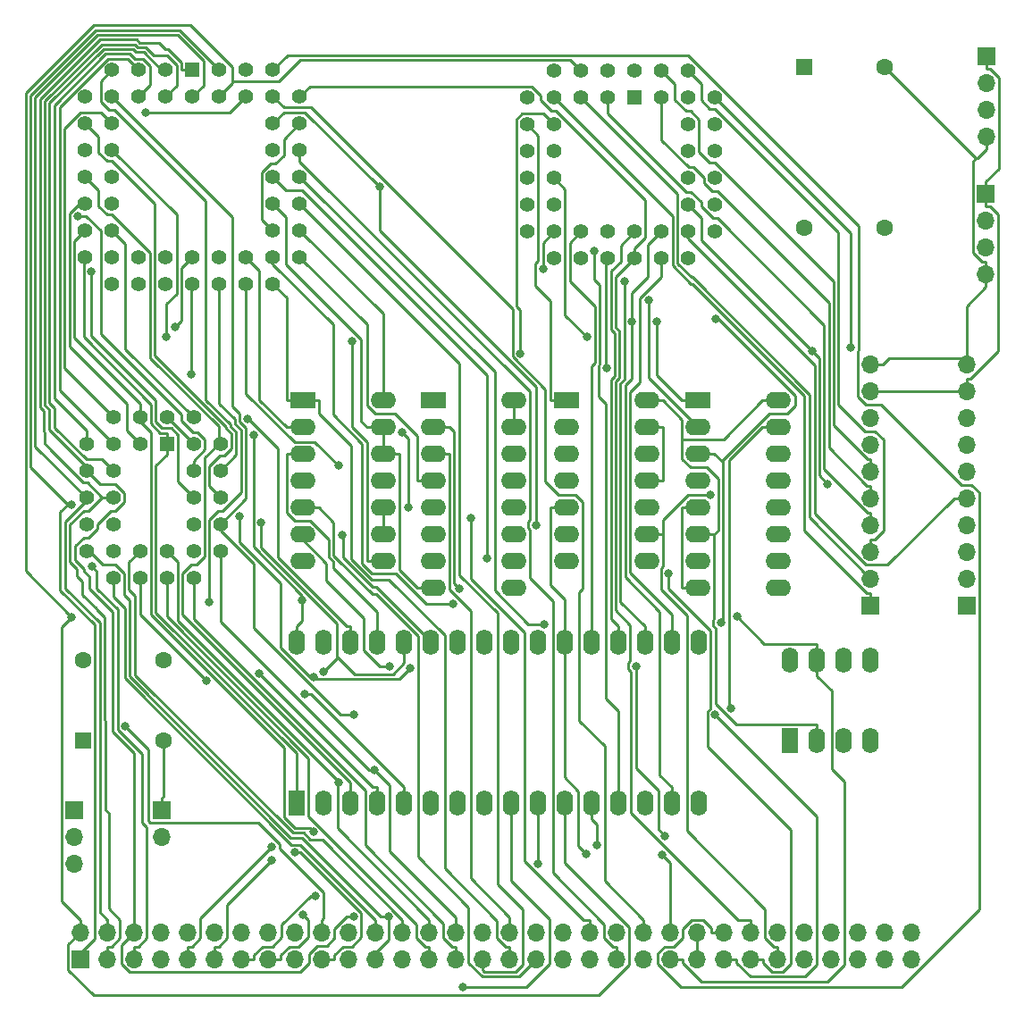
<source format=gbr>
%TF.GenerationSoftware,KiCad,Pcbnew,(6.0.2)*%
%TF.CreationDate,2022-05-05T17:12:40-07:00*%
%TF.ProjectId,Steve 68k,53746576-6520-4363-986b-2e6b69636164,rev?*%
%TF.SameCoordinates,Original*%
%TF.FileFunction,Copper,L2,Bot*%
%TF.FilePolarity,Positive*%
%FSLAX46Y46*%
G04 Gerber Fmt 4.6, Leading zero omitted, Abs format (unit mm)*
G04 Created by KiCad (PCBNEW (6.0.2)) date 2022-05-05 17:12:40*
%MOMM*%
%LPD*%
G01*
G04 APERTURE LIST*
%TA.AperFunction,ComponentPad*%
%ADD10R,1.600000X2.400000*%
%TD*%
%TA.AperFunction,ComponentPad*%
%ADD11O,1.600000X2.400000*%
%TD*%
%TA.AperFunction,ComponentPad*%
%ADD12R,1.422400X1.422400*%
%TD*%
%TA.AperFunction,ComponentPad*%
%ADD13C,1.422400*%
%TD*%
%TA.AperFunction,ComponentPad*%
%ADD14R,2.400000X1.600000*%
%TD*%
%TA.AperFunction,ComponentPad*%
%ADD15O,2.400000X1.600000*%
%TD*%
%TA.AperFunction,ComponentPad*%
%ADD16O,1.700000X1.700000*%
%TD*%
%TA.AperFunction,ComponentPad*%
%ADD17R,1.700000X1.700000*%
%TD*%
%TA.AperFunction,ComponentPad*%
%ADD18C,1.600000*%
%TD*%
%TA.AperFunction,ComponentPad*%
%ADD19R,1.600000X1.600000*%
%TD*%
%TA.AperFunction,ViaPad*%
%ADD20C,0.800000*%
%TD*%
%TA.AperFunction,Conductor*%
%ADD21C,0.250000*%
%TD*%
G04 APERTURE END LIST*
D10*
%TO.P,U7,1,A18*%
%TO.N,/A18*%
X91948000Y-114203400D03*
D11*
%TO.P,U7,2,A16*%
%TO.N,/A16*%
X94488000Y-114203400D03*
%TO.P,U7,3,A14*%
%TO.N,/A14*%
X97028000Y-114203400D03*
%TO.P,U7,4,A12*%
%TO.N,/A12*%
X99568000Y-114203400D03*
%TO.P,U7,5,A7*%
%TO.N,/A7*%
X102108000Y-114203400D03*
%TO.P,U7,6,A6*%
%TO.N,/A6*%
X104648000Y-114203400D03*
%TO.P,U7,7,A5*%
%TO.N,/A5*%
X107188000Y-114203400D03*
%TO.P,U7,8,A4*%
%TO.N,/A4*%
X109728000Y-114203400D03*
%TO.P,U7,9,A3*%
%TO.N,/A3*%
X112268000Y-114203400D03*
%TO.P,U7,10,A2*%
%TO.N,/A2*%
X114808000Y-114203400D03*
%TO.P,U7,11,A1*%
%TO.N,/A1*%
X117348000Y-114203400D03*
%TO.P,U7,12,A0*%
%TO.N,/A0*%
X119888000Y-114203400D03*
%TO.P,U7,13,DQ0*%
%TO.N,/D0*%
X122428000Y-114203400D03*
%TO.P,U7,14,DQ1*%
%TO.N,/D1*%
X124968000Y-114203400D03*
%TO.P,U7,15,DQ2*%
%TO.N,/D2*%
X127508000Y-114203400D03*
%TO.P,U7,16,VSS*%
%TO.N,GND*%
X130048000Y-114203400D03*
%TO.P,U7,17,DQ3*%
%TO.N,/D3*%
X130048000Y-98963400D03*
%TO.P,U7,18,DQ4*%
%TO.N,/D4*%
X127508000Y-98963400D03*
%TO.P,U7,19,DQ5*%
%TO.N,/D5*%
X124968000Y-98963400D03*
%TO.P,U7,20,DQ6*%
%TO.N,/D6*%
X122428000Y-98963400D03*
%TO.P,U7,21,DQ7*%
%TO.N,/D7*%
X119888000Y-98963400D03*
%TO.P,U7,22,CE#*%
%TO.N,/~{RAMSEL}*%
X117348000Y-98963400D03*
%TO.P,U7,23,A10*%
%TO.N,/A10*%
X114808000Y-98963400D03*
%TO.P,U7,24,OE#*%
%TO.N,/~{OE}*%
X112268000Y-98963400D03*
%TO.P,U7,25,A11*%
%TO.N,/A11*%
X109728000Y-98963400D03*
%TO.P,U7,26,A9*%
%TO.N,/A9*%
X107188000Y-98963400D03*
%TO.P,U7,27,A8*%
%TO.N,/A8*%
X104648000Y-98963400D03*
%TO.P,U7,28,A13*%
%TO.N,/A13*%
X102108000Y-98963400D03*
%TO.P,U7,29,WE#*%
%TO.N,/~{RAM_WE}*%
X99568000Y-98963400D03*
%TO.P,U7,30,A17*%
%TO.N,/A17*%
X97028000Y-98963400D03*
%TO.P,U7,31,A15*%
%TO.N,/A15*%
X94488000Y-98963400D03*
%TO.P,U7,32,VCC*%
%TO.N,VCC*%
X91948000Y-98963400D03*
%TD*%
D12*
%TO.P,U5,1,NC*%
%TO.N,unconnected-(U5-Pad1)*%
X123977400Y-47313200D03*
D13*
%TO.P,U5,2,RS1*%
%TO.N,/A0*%
X121437400Y-44773200D03*
%TO.P,U5,3,IP3*%
%TO.N,/IP3*%
X121437400Y-47313200D03*
%TO.P,U5,4,RS2*%
%TO.N,/A1*%
X118897400Y-44773200D03*
%TO.P,U5,5,IP1*%
%TO.N,/IP1*%
X118897400Y-47313200D03*
%TO.P,U5,6,RS3*%
%TO.N,/A2*%
X116357400Y-44773200D03*
%TO.P,U5,7,RS4*%
%TO.N,/A3*%
X113817400Y-47313200D03*
%TO.P,U5,8,IP0*%
%TO.N,/IP0*%
X116357400Y-47313200D03*
%TO.P,U5,9,R/~{W}*%
%TO.N,/R~{W}*%
X113817400Y-49853200D03*
%TO.P,U5,10,~{DTACK}*%
%TO.N,/~{DTACK_UART}*%
X116357400Y-49853200D03*
%TO.P,U5,11,RxDB*%
%TO.N,/RxDB*%
X113817400Y-52393200D03*
%TO.P,U5,12,NC*%
%TO.N,unconnected-(U5-Pad12)*%
X116357400Y-52393200D03*
%TO.P,U5,13,TxDB*%
%TO.N,/TxDB*%
X113817400Y-54933200D03*
%TO.P,U5,14,OP1*%
%TO.N,/OP1*%
X116357400Y-54933200D03*
%TO.P,U5,15,OP3*%
%TO.N,/OP3*%
X113817400Y-57473200D03*
%TO.P,U5,16,OP5*%
%TO.N,/OP5*%
X116357400Y-57473200D03*
%TO.P,U5,17,OP7*%
%TO.N,/OP7*%
X113817400Y-60013200D03*
%TO.P,U5,18,D1*%
%TO.N,/D1*%
X116357400Y-62553200D03*
%TO.P,U5,19,D3*%
%TO.N,/D3*%
X116357400Y-60013200D03*
%TO.P,U5,20,D5*%
%TO.N,/D5*%
X118897400Y-62553200D03*
%TO.P,U5,21,D7*%
%TO.N,/D7*%
X118897400Y-60013200D03*
%TO.P,U5,22,GND*%
%TO.N,GND*%
X121437400Y-62553200D03*
%TO.P,U5,23,NC*%
%TO.N,unconnected-(U5-Pad23)*%
X121437400Y-60013200D03*
%TO.P,U5,24,~{IRQ}*%
%TO.N,/68681_Int*%
X123977400Y-62553200D03*
%TO.P,U5,25,D6*%
%TO.N,/D6*%
X123977400Y-60013200D03*
%TO.P,U5,26,D4*%
%TO.N,/D4*%
X126517400Y-62553200D03*
%TO.P,U5,27,D2*%
%TO.N,/D2*%
X126517400Y-60013200D03*
%TO.P,U5,28,D0*%
%TO.N,/D0*%
X129057400Y-62553200D03*
%TO.P,U5,29,OP6*%
%TO.N,/OP6*%
X131597400Y-60013200D03*
%TO.P,U5,30,OP4*%
%TO.N,/OP4*%
X129057400Y-60013200D03*
%TO.P,U5,31,OP2*%
%TO.N,/OP2*%
X131597400Y-57473200D03*
%TO.P,U5,32,OP0*%
%TO.N,/OP0*%
X129057400Y-57473200D03*
%TO.P,U5,33,TxDA*%
%TO.N,/TxDA*%
X131597400Y-54933200D03*
%TO.P,U5,34,NC*%
%TO.N,unconnected-(U5-Pad34)*%
X129057400Y-54933200D03*
%TO.P,U5,35,RxDA*%
%TO.N,/RxDA*%
X131597400Y-52393200D03*
%TO.P,U5,36,X1/CLK*%
%TO.N,Net-(X2-Pad8)*%
X129057400Y-52393200D03*
%TO.P,U5,37,X2*%
%TO.N,unconnected-(U5-Pad37)*%
X131597400Y-49853200D03*
%TO.P,U5,38,~{RESET}*%
%TO.N,/~{RESET}*%
X129057400Y-49853200D03*
%TO.P,U5,39,~{CS}*%
%TO.N,/~{UARTSEL}*%
X131597400Y-47313200D03*
%TO.P,U5,40,IP2*%
%TO.N,/IP2*%
X129057400Y-44773200D03*
%TO.P,U5,41,~{IACK}*%
%TO.N,unconnected-(U5-Pad41)*%
X129057400Y-47313200D03*
%TO.P,U5,42,IP5*%
%TO.N,/IP5*%
X126517400Y-44773200D03*
%TO.P,U5,43,IP4*%
%TO.N,/IP4*%
X126517400Y-47313200D03*
%TO.P,U5,44,Vcc*%
%TO.N,VCC*%
X123977400Y-44773200D03*
%TD*%
D14*
%TO.P,U3,1,S*%
%TO.N,/~{UARTSEL}*%
X104886600Y-75991800D03*
D15*
%TO.P,U3,2,I0a*%
%TO.N,/~{DTACK_UART}*%
X104886600Y-78531800D03*
%TO.P,U3,3,I1a*%
%TO.N,/~{AS}*%
X104886600Y-81071800D03*
%TO.P,U3,4,Za*%
%TO.N,/~{CPU_DTACK}*%
X104886600Y-83611800D03*
%TO.P,U3,5,I0b*%
%TO.N,unconnected-(U3-Pad5)*%
X104886600Y-86151800D03*
%TO.P,U3,6,I1b*%
%TO.N,unconnected-(U3-Pad6)*%
X104886600Y-88691800D03*
%TO.P,U3,7,Zb*%
%TO.N,unconnected-(U3-Pad7)*%
X104886600Y-91231800D03*
%TO.P,U3,8,GND*%
%TO.N,GND*%
X104886600Y-93771800D03*
%TO.P,U3,9,Zd*%
%TO.N,unconnected-(U3-Pad9)*%
X112506600Y-93771800D03*
%TO.P,U3,10,I1d*%
%TO.N,unconnected-(U3-Pad10)*%
X112506600Y-91231800D03*
%TO.P,U3,11,I0d*%
%TO.N,unconnected-(U3-Pad11)*%
X112506600Y-88691800D03*
%TO.P,U3,12,Zc*%
%TO.N,unconnected-(U3-Pad12)*%
X112506600Y-86151800D03*
%TO.P,U3,13,I1c*%
%TO.N,unconnected-(U3-Pad13)*%
X112506600Y-83611800D03*
%TO.P,U3,14,I0c*%
%TO.N,unconnected-(U3-Pad14)*%
X112506600Y-81071800D03*
%TO.P,U3,15,OE*%
%TO.N,VCC*%
X112506600Y-78531800D03*
%TO.P,U3,16,VCC*%
X112506600Y-75991800D03*
%TD*%
D16*
%TO.P,J7,4,Pin_4*%
%TO.N,VCC*%
X157302200Y-51028600D03*
%TO.P,J7,3,Pin_3*%
%TO.N,/TxDB*%
X157302200Y-48488600D03*
%TO.P,J7,2,Pin_2*%
%TO.N,/RxDB*%
X157302200Y-45948600D03*
D17*
%TO.P,J7,1,Pin_1*%
%TO.N,GND*%
X157302200Y-43408600D03*
%TD*%
D13*
%TO.P,U2,32,Vcc*%
%TO.N,VCC*%
X79655200Y-77571800D03*
%TO.P,U2,31,PGM*%
X82195200Y-80111800D03*
%TO.P,U2,30,A17*%
%TO.N,/A17*%
X82195200Y-77571800D03*
%TO.P,U2,29,A14*%
%TO.N,/A14*%
X84735200Y-80111800D03*
%TO.P,U2,28,A13*%
%TO.N,/A13*%
X82195200Y-82651800D03*
%TO.P,U2,27,A8*%
%TO.N,/A8*%
X84735200Y-82651800D03*
%TO.P,U2,26,A9*%
%TO.N,/A9*%
X82195200Y-85191800D03*
%TO.P,U2,25,A11*%
%TO.N,/A11*%
X84735200Y-85191800D03*
%TO.P,U2,24,OE*%
%TO.N,/~{OE}*%
X82195200Y-87731800D03*
%TO.P,U2,23,A10*%
%TO.N,/A10*%
X84735200Y-87731800D03*
%TO.P,U2,22,CE*%
%TO.N,/~{ROMSEL}*%
X82195200Y-90271800D03*
%TO.P,U2,21,D7*%
%TO.N,/D7*%
X84735200Y-90271800D03*
%TO.P,U2,20,D6*%
%TO.N,/D6*%
X82195200Y-92811800D03*
%TO.P,U2,19,D5*%
%TO.N,/D5*%
X79655200Y-90271800D03*
%TO.P,U2,18,D4*%
%TO.N,/D4*%
X79655200Y-92811800D03*
%TO.P,U2,17,D3*%
%TO.N,/D3*%
X77115200Y-90271800D03*
%TO.P,U2,16,GND*%
%TO.N,GND*%
X77115200Y-92811800D03*
%TO.P,U2,15,D2*%
%TO.N,/D2*%
X74575200Y-90271800D03*
%TO.P,U2,14,D1*%
%TO.N,/D1*%
X74575200Y-92811800D03*
%TO.P,U2,13,D0*%
%TO.N,/D0*%
X72035200Y-90271800D03*
%TO.P,U2,12,A0*%
%TO.N,/A0*%
X74575200Y-87731800D03*
%TO.P,U2,11,A1*%
%TO.N,/A1*%
X72035200Y-87731800D03*
%TO.P,U2,10,A2*%
%TO.N,/A2*%
X74575200Y-85191800D03*
%TO.P,U2,9,A3*%
%TO.N,/A3*%
X72035200Y-85191800D03*
%TO.P,U2,8,A4*%
%TO.N,/A4*%
X74575200Y-82651800D03*
%TO.P,U2,7,A5*%
%TO.N,/A5*%
X72035200Y-82651800D03*
%TO.P,U2,6,A6*%
%TO.N,/A6*%
X74575200Y-80111800D03*
%TO.P,U2,5,A7*%
%TO.N,/A7*%
X72035200Y-80111800D03*
%TO.P,U2,4,A12*%
%TO.N,/A12*%
X74575200Y-77571800D03*
%TO.P,U2,3,A15*%
%TO.N,/A15*%
X77115200Y-80111800D03*
%TO.P,U2,2,A16*%
%TO.N,/A16*%
X77115200Y-77571800D03*
D12*
%TO.P,U2,1,A18*%
%TO.N,/A18*%
X79655200Y-80111800D03*
%TD*%
%TO.P,IC1,1,A2*%
%TO.N,/A2*%
X82092800Y-44653200D03*
D13*
%TO.P,IC1,2,A3*%
%TO.N,/A3*%
X82092800Y-47193200D03*
%TO.P,IC1,3,A4*%
%TO.N,/A4*%
X79552800Y-44653200D03*
%TO.P,IC1,4,A5*%
%TO.N,/A5*%
X79552800Y-47193200D03*
%TO.P,IC1,5,A6*%
%TO.N,/A6*%
X77012800Y-44653200D03*
%TO.P,IC1,6,A7*%
%TO.N,/A7*%
X77012800Y-47193200D03*
%TO.P,IC1,7,A8*%
%TO.N,/A8*%
X74472800Y-44653200D03*
%TO.P,IC1,8,A9*%
%TO.N,/A9*%
X71932800Y-47193200D03*
%TO.P,IC1,9,A10*%
%TO.N,/A10*%
X74472800Y-47193200D03*
%TO.P,IC1,10,A11*%
%TO.N,/A11*%
X71932800Y-49733200D03*
%TO.P,IC1,11,A12*%
%TO.N,/A12*%
X74472800Y-49733200D03*
%TO.P,IC1,12,A13*%
%TO.N,/A13*%
X71932800Y-52273200D03*
%TO.P,IC1,13,A21*%
%TO.N,/A21*%
X74472800Y-52273200D03*
%TO.P,IC1,14,A14*%
%TO.N,/A14*%
X71932800Y-54813200D03*
%TO.P,IC1,15,VCC*%
%TO.N,VCC*%
X74472800Y-54813200D03*
%TO.P,IC1,16,A15*%
%TO.N,/A15*%
X71932800Y-57353200D03*
%TO.P,IC1,17,GND_1*%
%TO.N,GND*%
X74472800Y-57353200D03*
%TO.P,IC1,18,A16*%
%TO.N,/A16*%
X71932800Y-59893200D03*
%TO.P,IC1,19,A17*%
%TO.N,/A17*%
X74472800Y-59893200D03*
%TO.P,IC1,20,A18*%
%TO.N,/A18*%
X71932800Y-62433200D03*
%TO.P,IC1,21,A19*%
%TO.N,/A19*%
X74472800Y-64973200D03*
%TO.P,IC1,22,A20*%
%TO.N,/A20*%
X74472800Y-62433200D03*
%TO.P,IC1,23,D7*%
%TO.N,/D7*%
X77012800Y-64973200D03*
%TO.P,IC1,24,D6*%
%TO.N,/D6*%
X77012800Y-62433200D03*
%TO.P,IC1,25,D5*%
%TO.N,/D5*%
X79552800Y-64973200D03*
%TO.P,IC1,26,D4*%
%TO.N,/D4*%
X79552800Y-62433200D03*
%TO.P,IC1,27,D3*%
%TO.N,/D3*%
X82092800Y-64973200D03*
%TO.P,IC1,28,D2*%
%TO.N,/D2*%
X82092800Y-62433200D03*
%TO.P,IC1,29,D1*%
%TO.N,/D1*%
X84632800Y-64973200D03*
%TO.P,IC1,30,D0*%
%TO.N,/D0*%
X84632800Y-62433200D03*
%TO.P,IC1,31,~{AS}*%
%TO.N,/~{AS}*%
X87172800Y-64973200D03*
%TO.P,IC1,32,~{DS}*%
%TO.N,/~{DS}*%
X87172800Y-62433200D03*
%TO.P,IC1,33,R/~{W}*%
%TO.N,/R~{W}*%
X89712800Y-64973200D03*
%TO.P,IC1,34,~{DTACK}*%
%TO.N,/~{CPU_DTACK}*%
X92252800Y-62433200D03*
%TO.P,IC1,35,~{BG}*%
%TO.N,/~{BG}*%
X89712800Y-62433200D03*
%TO.P,IC1,36,~{BGACK}*%
%TO.N,VCC*%
X92252800Y-59893200D03*
%TO.P,IC1,37,~{BR}*%
X89712800Y-59893200D03*
%TO.P,IC1,38,CLK*%
%TO.N,/CLK*%
X92252800Y-57353200D03*
%TO.P,IC1,39,GND_2*%
%TO.N,GND*%
X89712800Y-57353200D03*
%TO.P,IC1,40,~{HALT}*%
%TO.N,/~{HALT}*%
X92252800Y-54813200D03*
%TO.P,IC1,41,~{RESET}*%
%TO.N,/~{RESET}*%
X89712800Y-54813200D03*
%TO.P,IC1,42,E*%
%TO.N,/E*%
X92252800Y-52273200D03*
%TO.P,IC1,43,~{VPA}*%
%TO.N,/68681_Int*%
X89712800Y-52273200D03*
%TO.P,IC1,44,~{BERR}*%
%TO.N,VCC*%
X92252800Y-49733200D03*
%TO.P,IC1,45,~{IPL1}*%
%TO.N,/~{IPL1}*%
X89712800Y-49733200D03*
%TO.P,IC1,46,~{IPL2}*%
%TO.N,/68681_Int*%
X92252800Y-47193200D03*
%TO.P,IC1,47,~{IPL0}*%
%TO.N,/~{IPL0}*%
X89712800Y-44653200D03*
%TO.P,IC1,48,FC2*%
%TO.N,/FC2*%
X89712800Y-47193200D03*
%TO.P,IC1,49,FC1*%
%TO.N,/FC1*%
X87172800Y-44653200D03*
%TO.P,IC1,50,FC0*%
%TO.N,/FC0*%
X87172800Y-47193200D03*
%TO.P,IC1,51,A0*%
%TO.N,/A0*%
X84632800Y-44653200D03*
%TO.P,IC1,52,A1*%
%TO.N,/A1*%
X84632800Y-47193200D03*
%TD*%
D16*
%TO.P,J6,10,Pin_10*%
%TO.N,VCC*%
X146339400Y-72575200D03*
%TO.P,J6,9,Pin_9*%
%TO.N,GND*%
X146339400Y-75115200D03*
%TO.P,J6,8,Pin_8*%
%TO.N,unconnected-(J6-Pad8)*%
X146339400Y-77655200D03*
%TO.P,J6,7,Pin_7*%
%TO.N,unconnected-(J6-Pad7)*%
X146339400Y-80195200D03*
%TO.P,J6,6,Pin_6*%
%TO.N,/IP5*%
X146339400Y-82735200D03*
%TO.P,J6,5,Pin_5*%
%TO.N,/IP4*%
X146339400Y-85275200D03*
%TO.P,J6,4,Pin_4*%
%TO.N,/IP3*%
X146339400Y-87815200D03*
%TO.P,J6,3,Pin_3*%
%TO.N,/IP2*%
X146339400Y-90355200D03*
%TO.P,J6,2,Pin_2*%
%TO.N,/IP1*%
X146339400Y-92895200D03*
D17*
%TO.P,J6,1,Pin_1*%
%TO.N,/IP0*%
X146339400Y-95435200D03*
%TD*%
D16*
%TO.P,J5,10,Pin_10*%
%TO.N,VCC*%
X155432600Y-72575200D03*
%TO.P,J5,9,Pin_9*%
%TO.N,GND*%
X155432600Y-75115200D03*
%TO.P,J5,8,Pin_8*%
%TO.N,/OP7*%
X155432600Y-77655200D03*
%TO.P,J5,7,Pin_7*%
%TO.N,/OP6*%
X155432600Y-80195200D03*
%TO.P,J5,6,Pin_6*%
%TO.N,/OP5*%
X155432600Y-82735200D03*
%TO.P,J5,5,Pin_5*%
%TO.N,/OP4*%
X155432600Y-85275200D03*
%TO.P,J5,4,Pin_4*%
%TO.N,/OP3*%
X155432600Y-87815200D03*
%TO.P,J5,3,Pin_3*%
%TO.N,/OP2*%
X155432600Y-90355200D03*
%TO.P,J5,2,Pin_2*%
%TO.N,/OP1*%
X155432600Y-92895200D03*
D17*
%TO.P,J5,1,Pin_1*%
%TO.N,/OP0*%
X155432600Y-95435200D03*
%TD*%
D15*
%TO.P,U4,14,VCC*%
%TO.N,VCC*%
X125130400Y-75991800D03*
%TO.P,U4,13*%
%TO.N,GND*%
X125130400Y-78531800D03*
%TO.P,U4,12*%
%TO.N,unconnected-(U4-Pad12)*%
X125130400Y-81071800D03*
%TO.P,U4,11*%
%TO.N,GND*%
X125130400Y-83611800D03*
%TO.P,U4,10*%
%TO.N,unconnected-(U4-Pad10)*%
X125130400Y-86151800D03*
%TO.P,U4,9*%
%TO.N,/~{UARTSEL}*%
X125130400Y-88691800D03*
%TO.P,U4,8*%
%TO.N,Net-(U4-Pad8)*%
X125130400Y-91231800D03*
%TO.P,U4,7,GND*%
%TO.N,GND*%
X117510400Y-91231800D03*
%TO.P,U4,6*%
%TO.N,Net-(U4-Pad6)*%
X117510400Y-88691800D03*
%TO.P,U4,5*%
%TO.N,/~{RAMSEL}*%
X117510400Y-86151800D03*
%TO.P,U4,4*%
%TO.N,Net-(U4-Pad4)*%
X117510400Y-83611800D03*
%TO.P,U4,3*%
%TO.N,/~{ROMSEL}*%
X117510400Y-81071800D03*
%TO.P,U4,2*%
%TO.N,Net-(U1-Pad4)*%
X117510400Y-78531800D03*
D14*
%TO.P,U4,1*%
%TO.N,/R~{W}*%
X117510400Y-75991800D03*
%TD*%
D17*
%TO.P,J4,1,Pin_1*%
%TO.N,GND*%
X79146400Y-114884200D03*
D16*
%TO.P,J4,2,Pin_2*%
%TO.N,/CLK_EXTERNAL*%
X79146400Y-117424200D03*
%TD*%
D17*
%TO.P,J3,1,Pin_1*%
%TO.N,/CLK_ONBOARD*%
X70891400Y-114884200D03*
D16*
%TO.P,J3,2,Pin_2*%
%TO.N,/CLK*%
X70891400Y-117424200D03*
%TO.P,J3,3,Pin_3*%
%TO.N,/CLK_EXTERNAL*%
X70891400Y-119964200D03*
%TD*%
D11*
%TO.P,U8,8,~{WDO}*%
%TO.N,unconnected-(U8-Pad8)*%
X138694000Y-100599400D03*
%TO.P,U8,7,~{RESET}*%
%TO.N,/~{RESET}*%
X141234000Y-100599400D03*
%TO.P,U8,6,WDI*%
%TO.N,unconnected-(U8-Pad6)*%
X143774000Y-100599400D03*
%TO.P,U8,5,~{PFO}*%
%TO.N,unconnected-(U8-Pad5)*%
X146314000Y-100599400D03*
%TO.P,U8,4,PFI*%
%TO.N,GND*%
X146314000Y-108219400D03*
%TO.P,U8,3,GND*%
X143774000Y-108219400D03*
%TO.P,U8,2,Vcc*%
%TO.N,VCC*%
X141234000Y-108219400D03*
D10*
%TO.P,U8,1,~{MR}*%
%TO.N,Net-(C12-Pad1)*%
X138694000Y-108219400D03*
%TD*%
D18*
%TO.P,X1,8,Vcc*%
%TO.N,VCC*%
X71704200Y-100609400D03*
%TO.P,X1,5,OUT*%
%TO.N,/CLK_ONBOARD*%
X79324200Y-100609400D03*
%TO.P,X1,4,GND*%
%TO.N,GND*%
X79324200Y-108229400D03*
D19*
%TO.P,X1,1,EN*%
%TO.N,unconnected-(X1-Pad1)*%
X71704200Y-108229400D03*
%TD*%
%TO.P,X2,1,EN*%
%TO.N,unconnected-(X2-Pad1)*%
X140030200Y-44393200D03*
D18*
%TO.P,X2,7,GND*%
%TO.N,GND*%
X140030200Y-59633200D03*
%TO.P,X2,8,OUT*%
%TO.N,Net-(X2-Pad8)*%
X147650200Y-59633200D03*
%TO.P,X2,14,Vcc*%
%TO.N,VCC*%
X147650200Y-44393200D03*
%TD*%
D14*
%TO.P,U1,1*%
%TO.N,/R~{W}*%
X92516800Y-75991800D03*
D15*
%TO.P,U1,2*%
%TO.N,/~{DS}*%
X92516800Y-78531800D03*
%TO.P,U1,3*%
%TO.N,/~{RAM_WE}*%
X92516800Y-81071800D03*
%TO.P,U1,4*%
%TO.N,Net-(U1-Pad4)*%
X92516800Y-83611800D03*
%TO.P,U1,5*%
%TO.N,/~{DS}*%
X92516800Y-86151800D03*
%TO.P,U1,6*%
%TO.N,/~{OE}*%
X92516800Y-88691800D03*
%TO.P,U1,7,GND*%
%TO.N,GND*%
X92516800Y-91231800D03*
%TO.P,U1,8*%
%TO.N,Net-(R6-Pad1)*%
X100136800Y-91231800D03*
%TO.P,U1,9*%
%TO.N,/OP0*%
X100136800Y-88691800D03*
%TO.P,U1,10*%
X100136800Y-86151800D03*
%TO.P,U1,11*%
%TO.N,unconnected-(U1-Pad11)*%
X100136800Y-83611800D03*
%TO.P,U1,12*%
%TO.N,GND*%
X100136800Y-81071800D03*
%TO.P,U1,13*%
X100136800Y-78531800D03*
%TO.P,U1,14,VCC*%
%TO.N,VCC*%
X100136800Y-75991800D03*
%TD*%
D14*
%TO.P,U6,1,A0*%
%TO.N,/A19*%
X130007200Y-75991800D03*
D15*
%TO.P,U6,2,A1*%
%TO.N,/A20*%
X130007200Y-78531800D03*
%TO.P,U6,3,A2*%
%TO.N,/A21*%
X130007200Y-81071800D03*
%TO.P,U6,4,E1*%
%TO.N,GND*%
X130007200Y-83611800D03*
%TO.P,U6,5,E2*%
X130007200Y-86151800D03*
%TO.P,U6,6,E3*%
%TO.N,VCC*%
X130007200Y-88691800D03*
%TO.P,U6,7,O7*%
%TO.N,unconnected-(U6-Pad7)*%
X130007200Y-91231800D03*
%TO.P,U6,8,GND*%
%TO.N,GND*%
X130007200Y-93771800D03*
%TO.P,U6,9,O6*%
%TO.N,unconnected-(U6-Pad9)*%
X137627200Y-93771800D03*
%TO.P,U6,10,O5*%
%TO.N,unconnected-(U6-Pad10)*%
X137627200Y-91231800D03*
%TO.P,U6,11,O4*%
%TO.N,unconnected-(U6-Pad11)*%
X137627200Y-88691800D03*
%TO.P,U6,12,O3*%
%TO.N,unconnected-(U6-Pad12)*%
X137627200Y-86151800D03*
%TO.P,U6,13,O2*%
%TO.N,/~{UARTSEL}*%
X137627200Y-83611800D03*
%TO.P,U6,14,O1*%
%TO.N,/~{RAMSEL}*%
X137627200Y-81071800D03*
%TO.P,U6,15,O0*%
%TO.N,/~{ROMSEL}*%
X137627200Y-78531800D03*
%TO.P,U6,16,VCC*%
%TO.N,VCC*%
X137627200Y-75991800D03*
%TD*%
D16*
%TO.P,J1,4,Pin_4*%
%TO.N,VCC*%
X157276800Y-64043400D03*
%TO.P,J1,3,Pin_3*%
%TO.N,/TxDA*%
X157276800Y-61503400D03*
%TO.P,J1,2,Pin_2*%
%TO.N,/RxDA*%
X157276800Y-58963400D03*
D17*
%TO.P,J1,1,Pin_1*%
%TO.N,GND*%
X157276800Y-56423400D03*
%TD*%
%TO.P,J2,1,Pin_1*%
%TO.N,/A0*%
X71501000Y-128955800D03*
D16*
%TO.P,J2,2,Pin_2*%
%TO.N,/A1*%
X71501000Y-126415800D03*
%TO.P,J2,3,Pin_3*%
%TO.N,/A2*%
X74041000Y-128955800D03*
%TO.P,J2,4,Pin_4*%
%TO.N,/A3*%
X74041000Y-126415800D03*
%TO.P,J2,5,Pin_5*%
%TO.N,/A4*%
X76581000Y-128955800D03*
%TO.P,J2,6,Pin_6*%
%TO.N,/A5*%
X76581000Y-126415800D03*
%TO.P,J2,7,Pin_7*%
%TO.N,/A6*%
X79121000Y-128955800D03*
%TO.P,J2,8,Pin_8*%
%TO.N,/A7*%
X79121000Y-126415800D03*
%TO.P,J2,9,Pin_9*%
%TO.N,/A8*%
X81661000Y-128955800D03*
%TO.P,J2,10,Pin_10*%
%TO.N,/A9*%
X81661000Y-126415800D03*
%TO.P,J2,11,Pin_11*%
%TO.N,/A10*%
X84201000Y-128955800D03*
%TO.P,J2,12,Pin_12*%
%TO.N,/A11*%
X84201000Y-126415800D03*
%TO.P,J2,13,Pin_13*%
%TO.N,/A12*%
X86741000Y-128955800D03*
%TO.P,J2,14,Pin_14*%
%TO.N,/A13*%
X86741000Y-126415800D03*
%TO.P,J2,15,Pin_15*%
%TO.N,/A14*%
X89281000Y-128955800D03*
%TO.P,J2,16,Pin_16*%
%TO.N,/A15*%
X89281000Y-126415800D03*
%TO.P,J2,17,Pin_17*%
%TO.N,/A16*%
X91821000Y-128955800D03*
%TO.P,J2,18,Pin_18*%
%TO.N,/A17*%
X91821000Y-126415800D03*
%TO.P,J2,19,Pin_19*%
%TO.N,/A18*%
X94361000Y-128955800D03*
%TO.P,J2,20,Pin_20*%
%TO.N,/A19*%
X94361000Y-126415800D03*
%TO.P,J2,21,Pin_21*%
%TO.N,/A20*%
X96901000Y-128955800D03*
%TO.P,J2,22,Pin_22*%
%TO.N,/A21*%
X96901000Y-126415800D03*
%TO.P,J2,23,Pin_23*%
%TO.N,/D0*%
X99441000Y-128955800D03*
%TO.P,J2,24,Pin_24*%
%TO.N,/D1*%
X99441000Y-126415800D03*
%TO.P,J2,25,Pin_25*%
%TO.N,/D2*%
X101981000Y-128955800D03*
%TO.P,J2,26,Pin_26*%
%TO.N,/D3*%
X101981000Y-126415800D03*
%TO.P,J2,27,Pin_27*%
%TO.N,/D4*%
X104521000Y-128955800D03*
%TO.P,J2,28,Pin_28*%
%TO.N,/D5*%
X104521000Y-126415800D03*
%TO.P,J2,29,Pin_29*%
%TO.N,/D6*%
X107061000Y-128955800D03*
%TO.P,J2,30,Pin_30*%
%TO.N,/D7*%
X107061000Y-126415800D03*
%TO.P,J2,31,Pin_31*%
%TO.N,/CLK*%
X109601000Y-128955800D03*
%TO.P,J2,32,Pin_32*%
%TO.N,/~{CLK}*%
X109601000Y-126415800D03*
%TO.P,J2,33,Pin_33*%
%TO.N,/R~{W}*%
X112141000Y-128955800D03*
%TO.P,J2,34,Pin_34*%
%TO.N,/~{AS}*%
X112141000Y-126415800D03*
%TO.P,J2,35,Pin_35*%
%TO.N,/~{DS}*%
X114681000Y-128955800D03*
%TO.P,J2,36,Pin_36*%
%TO.N,/~{RAMSEL}*%
X114681000Y-126415800D03*
%TO.P,J2,37,Pin_37*%
%TO.N,/~{ROMSEL}*%
X117221000Y-128955800D03*
%TO.P,J2,38,Pin_38*%
%TO.N,VCC*%
X117221000Y-126415800D03*
%TO.P,J2,39,Pin_39*%
%TO.N,/68681_Int*%
X119761000Y-128955800D03*
%TO.P,J2,40,Pin_40*%
%TO.N,/~{CPU_DTACK}*%
X119761000Y-126415800D03*
%TO.P,J2,41,Pin_41*%
%TO.N,/E*%
X122301000Y-128955800D03*
%TO.P,J2,42,Pin_42*%
%TO.N,/FC0*%
X122301000Y-126415800D03*
%TO.P,J2,43,Pin_43*%
%TO.N,/FC1*%
X124841000Y-128955800D03*
%TO.P,J2,44,Pin_44*%
%TO.N,/FC2*%
X124841000Y-126415800D03*
%TO.P,J2,45,Pin_45*%
%TO.N,/~{RESET}*%
X127381000Y-128955800D03*
%TO.P,J2,46,Pin_46*%
%TO.N,/~{HALT}*%
X127381000Y-126415800D03*
%TO.P,J2,47,Pin_47*%
%TO.N,VCC*%
X129921000Y-128955800D03*
%TO.P,J2,48,Pin_48*%
X129921000Y-126415800D03*
%TO.P,J2,49,Pin_49*%
%TO.N,/~{BG}*%
X132461000Y-128955800D03*
%TO.P,J2,50,Pin_50*%
%TO.N,/~{IPL0}*%
X132461000Y-126415800D03*
%TO.P,J2,51,Pin_51*%
%TO.N,/~{IPL1}*%
X135001000Y-128955800D03*
%TO.P,J2,52,Pin_52*%
%TO.N,/68681_Int*%
X135001000Y-126415800D03*
%TO.P,J2,53,Pin_53*%
%TO.N,/~{UARTSEL}*%
X137541000Y-128955800D03*
%TO.P,J2,54,Pin_54*%
%TO.N,/RES1*%
X137541000Y-126415800D03*
%TO.P,J2,55,Pin_55*%
%TO.N,/RES2*%
X140081000Y-128955800D03*
%TO.P,J2,56,Pin_56*%
%TO.N,/RES3*%
X140081000Y-126415800D03*
%TO.P,J2,57,Pin_57*%
%TO.N,/RES4*%
X142621000Y-128955800D03*
%TO.P,J2,58,Pin_58*%
%TO.N,/RES5*%
X142621000Y-126415800D03*
%TO.P,J2,59,Pin_59*%
%TO.N,/RES6*%
X145161000Y-128955800D03*
%TO.P,J2,60,Pin_60*%
%TO.N,/RES7*%
X145161000Y-126415800D03*
%TO.P,J2,61,Pin_61*%
%TO.N,/RES8*%
X147701000Y-128955800D03*
%TO.P,J2,62,Pin_62*%
%TO.N,/RES9*%
X147701000Y-126415800D03*
%TO.P,J2,63,Pin_63*%
%TO.N,VCC*%
X150241000Y-128955800D03*
%TO.P,J2,64,Pin_64*%
%TO.N,GND*%
X150241000Y-126415800D03*
%TD*%
D20*
%TO.N,Net-(R6-Pad1)*%
X97246200Y-70427100D03*
%TO.N,/~{DTACK_UART}*%
X107389900Y-93848500D03*
X113149000Y-71559600D03*
%TO.N,/OP0*%
X142295100Y-83923300D03*
X102552600Y-86151800D03*
X101977800Y-79032700D03*
X140814000Y-71340100D03*
%TO.N,/OP1*%
X119473300Y-70005900D03*
%TO.N,/~{UARTSEL}*%
X131164100Y-84928400D03*
X144462500Y-71006800D03*
%TO.N,/~{ROMSEL}*%
X133098800Y-105167800D03*
%TO.N,/~{RAMSEL}*%
X119383700Y-118954000D03*
%TO.N,/~{CPU_DTACK}*%
X108461600Y-87198500D03*
%TO.N,/~{OE}*%
X100783100Y-101213900D03*
%TO.N,/~{IPL1}*%
X127190100Y-92423500D03*
X114665500Y-87833300D03*
X99824300Y-55786500D03*
%TO.N,/~{BG}*%
X131619400Y-105794900D03*
X106744700Y-95279100D03*
%TO.N,/~{HALT}*%
X126593300Y-119063800D03*
X126873700Y-117283300D03*
X124093000Y-101173600D03*
X115424400Y-97197200D03*
%TO.N,/~{RESET}*%
X133690100Y-96496200D03*
X110004300Y-91007000D03*
%TO.N,/FC0*%
X77674000Y-48759300D03*
%TO.N,/~{AS}*%
X95933700Y-82197100D03*
%TO.N,/D7*%
X99348500Y-111056400D03*
%TO.N,/D5*%
X122998400Y-64686100D03*
X95943400Y-112180200D03*
%TO.N,/D3*%
X115312500Y-63522100D03*
X81966600Y-73558100D03*
%TO.N,/D2*%
X123725100Y-68497100D03*
X80422700Y-69055000D03*
%TO.N,/D1*%
X83682200Y-95121200D03*
%TO.N,/D0*%
X100655600Y-124952300D03*
X120167400Y-61803500D03*
%TO.N,/A21*%
X131679500Y-68293600D03*
X79627700Y-69956200D03*
X132172100Y-97095400D03*
%TO.N,/A20*%
X125340900Y-66508900D03*
%TO.N,/A19*%
X75726300Y-106912700D03*
X126068900Y-68515000D03*
%TO.N,/A18*%
X91817900Y-118853500D03*
%TO.N,/A17*%
X87306800Y-77742900D03*
%TO.N,/A16*%
X93563200Y-116914500D03*
%TO.N,/A14*%
X92524300Y-124717000D03*
%TO.N,/A13*%
X94502200Y-101702000D03*
X71222700Y-58505700D03*
X88609800Y-87590500D03*
%TO.N,/A12*%
X93743000Y-122939300D03*
X88378500Y-101910700D03*
%TO.N,/A11*%
X93598200Y-102266800D03*
X86534000Y-86990600D03*
X102743000Y-101378400D03*
%TO.N,/A10*%
X97385700Y-105827800D03*
X89593300Y-119608300D03*
%TO.N,/A9*%
X72515800Y-63822400D03*
%TO.N,/A8*%
X89593300Y-118331200D03*
X96290600Y-88779800D03*
%TO.N,/A7*%
X92720600Y-103864200D03*
%TO.N,/A5*%
X97353000Y-124892000D03*
%TO.N,/A4*%
X72553100Y-91769000D03*
%TO.N,/A3*%
X107733300Y-131616500D03*
%TO.N,/A2*%
X114856400Y-119918600D03*
%TO.N,/A1*%
X70653500Y-96558500D03*
%TO.N,/A0*%
X120384100Y-118114600D03*
X70647500Y-85860100D03*
%TO.N,GND*%
X83397300Y-102592700D03*
X121320400Y-72968100D03*
%TO.N,VCC*%
X92495000Y-94911500D03*
X87884500Y-79274100D03*
%TD*%
D21*
%TO.N,Net-(R6-Pad1)*%
X97246200Y-78559000D02*
X97246200Y-70427100D01*
X98611500Y-79924300D02*
X97246200Y-78559000D01*
X98611500Y-91231800D02*
X98611500Y-79924300D01*
X100136800Y-91231800D02*
X98611500Y-91231800D01*
%TO.N,/~{DTACK_UART}*%
X104886600Y-78531800D02*
X106411900Y-78531800D01*
X106862300Y-93320900D02*
X107389900Y-93848500D01*
X106862300Y-78982200D02*
X106862300Y-93320900D01*
X106411900Y-78531800D02*
X106862300Y-78982200D01*
X115305300Y-48801100D02*
X116357400Y-49853200D01*
X113330200Y-48801100D02*
X115305300Y-48801100D01*
X112771300Y-49360000D02*
X113330200Y-48801100D01*
X112771300Y-67067000D02*
X112771300Y-49360000D01*
X113149000Y-67444700D02*
X112771300Y-67067000D01*
X113149000Y-71559600D02*
X113149000Y-67444700D01*
%TO.N,/IP0*%
X127570400Y-58526200D02*
X116357400Y-47313200D01*
X127570400Y-63217100D02*
X127570400Y-58526200D01*
X129336500Y-64983200D02*
X127570400Y-63217100D01*
X129454900Y-64983200D02*
X129336500Y-64983200D01*
X140035600Y-75563900D02*
X129454900Y-64983200D01*
X140035600Y-88323400D02*
X140035600Y-75563900D01*
X145972100Y-94259900D02*
X140035600Y-88323400D01*
X146339400Y-94259900D02*
X145972100Y-94259900D01*
X146339400Y-95435200D02*
X146339400Y-94259900D01*
%TO.N,/IP1*%
X128020800Y-56436600D02*
X118897400Y-47313200D01*
X128020800Y-62992000D02*
X128020800Y-56436600D01*
X129344800Y-64316000D02*
X128020800Y-62992000D01*
X129436100Y-64316000D02*
X129344800Y-64316000D01*
X140560900Y-75440800D02*
X129436100Y-64316000D01*
X140560900Y-87116700D02*
X140560900Y-75440800D01*
X146339400Y-92895200D02*
X140560900Y-87116700D01*
%TO.N,/IP2*%
X130327400Y-46043200D02*
X129057400Y-44773200D01*
X130327400Y-47573300D02*
X130327400Y-46043200D01*
X131103900Y-48349800D02*
X130327400Y-47573300D01*
X131569900Y-48349800D02*
X131103900Y-48349800D01*
X143286900Y-60066800D02*
X131569900Y-48349800D01*
X143286900Y-76377300D02*
X143286900Y-60066800D01*
X145834800Y-78925200D02*
X143286900Y-76377300D01*
X146776000Y-78925200D02*
X145834800Y-78925200D01*
X147557300Y-79706500D02*
X146776000Y-78925200D01*
X147557300Y-88329300D02*
X147557300Y-79706500D01*
X146706700Y-89179900D02*
X147557300Y-88329300D01*
X146339400Y-89179900D02*
X146706700Y-89179900D01*
X146339400Y-90355200D02*
X146339400Y-89179900D01*
%TO.N,/IP3*%
X146339400Y-87815200D02*
X146339400Y-86639900D01*
X121437400Y-48807700D02*
X121437400Y-47313200D01*
X128846300Y-56216600D02*
X121437400Y-48807700D01*
X129336500Y-56216600D02*
X128846300Y-56216600D01*
X130294200Y-57174300D02*
X129336500Y-56216600D01*
X130294200Y-57653600D02*
X130294200Y-57174300D01*
X131383800Y-58743200D02*
X130294200Y-57653600D01*
X131803300Y-58743200D02*
X131383800Y-58743200D01*
X141936000Y-68875900D02*
X131803300Y-58743200D01*
X141936000Y-82538400D02*
X141936000Y-68875900D01*
X146037500Y-86639900D02*
X141936000Y-82538400D01*
X146339400Y-86639900D02*
X146037500Y-86639900D01*
%TO.N,/IP4*%
X146339400Y-85275200D02*
X146339400Y-84099900D01*
X145972000Y-84099900D02*
X146339400Y-84099900D01*
X142386300Y-80514200D02*
X145972000Y-84099900D01*
X142386300Y-66791100D02*
X142386300Y-80514200D01*
X131798400Y-56203200D02*
X142386300Y-66791100D01*
X131347000Y-56203200D02*
X131798400Y-56203200D01*
X130560800Y-55417000D02*
X131347000Y-56203200D01*
X130560800Y-54902000D02*
X130560800Y-55417000D01*
X129555400Y-53896600D02*
X130560800Y-54902000D01*
X129092000Y-53896600D02*
X129555400Y-53896600D01*
X126517400Y-51322000D02*
X129092000Y-53896600D01*
X126517400Y-47313200D02*
X126517400Y-51322000D01*
%TO.N,/IP5*%
X146339400Y-82735200D02*
X146339400Y-81559900D01*
X146037400Y-81559900D02*
X146339400Y-81559900D01*
X142836600Y-78359100D02*
X146037400Y-81559900D01*
X142836600Y-64706400D02*
X142836600Y-78359100D01*
X131560000Y-53429800D02*
X142836600Y-64706400D01*
X131097700Y-53429800D02*
X131560000Y-53429800D01*
X130094000Y-52426100D02*
X131097700Y-53429800D01*
X130094000Y-49369300D02*
X130094000Y-52426100D01*
X129307900Y-48583200D02*
X130094000Y-49369300D01*
X128851500Y-48583200D02*
X129307900Y-48583200D01*
X127787400Y-47519100D02*
X128851500Y-48583200D01*
X127787400Y-46043200D02*
X127787400Y-47519100D01*
X126517400Y-44773200D02*
X127787400Y-46043200D01*
%TO.N,/OP0*%
X100136800Y-86151800D02*
X100136800Y-88691800D01*
X130327400Y-58743200D02*
X129057400Y-57473200D01*
X130327400Y-60853500D02*
X130327400Y-58743200D01*
X140814000Y-71340100D02*
X130327400Y-60853500D01*
X102552600Y-79607500D02*
X102552600Y-86151800D01*
X101977800Y-79032700D02*
X102552600Y-79607500D01*
X141485700Y-72011800D02*
X140814000Y-71340100D01*
X141485700Y-83113900D02*
X141485700Y-72011800D01*
X142295100Y-83923300D02*
X141485700Y-83113900D01*
%TO.N,/OP1*%
X117394100Y-67926700D02*
X119473300Y-70005900D01*
X117394100Y-55969900D02*
X117394100Y-67926700D01*
X116357400Y-54933200D02*
X117394100Y-55969900D01*
%TO.N,/OP4*%
X129057400Y-60697000D02*
X129057400Y-60013200D01*
X141035300Y-72674900D02*
X129057400Y-60697000D01*
X141035300Y-86731200D02*
X141035300Y-72674900D01*
X145874600Y-91570500D02*
X141035300Y-86731200D01*
X147962000Y-91570500D02*
X145874600Y-91570500D01*
X154257300Y-85275200D02*
X147962000Y-91570500D01*
X155432600Y-85275200D02*
X154257300Y-85275200D01*
%TO.N,/~{UARTSEL}*%
X137541000Y-128955800D02*
X137541000Y-127780500D01*
X125130400Y-88691800D02*
X126543100Y-88691800D01*
X126543100Y-88691800D02*
X126655800Y-88691800D01*
X129039900Y-84928400D02*
X131164100Y-84928400D01*
X126655800Y-87312500D02*
X129039900Y-84928400D01*
X126655800Y-88691800D02*
X126655800Y-87312500D01*
X137173600Y-127780500D02*
X137541000Y-127780500D01*
X136365700Y-126972600D02*
X137173600Y-127780500D01*
X136365700Y-124257400D02*
X136365700Y-126972600D01*
X128922600Y-116814300D02*
X136365700Y-124257400D01*
X128922600Y-96364300D02*
X128922600Y-116814300D01*
X126464800Y-93906500D02*
X128922600Y-96364300D01*
X126464800Y-91896300D02*
X126464800Y-93906500D01*
X126655800Y-91705300D02*
X126464800Y-91896300D01*
X126655800Y-88691800D02*
X126655800Y-91705300D01*
X144462500Y-60178300D02*
X131597400Y-47313200D01*
X144462500Y-71006800D02*
X144462500Y-60178300D01*
%TO.N,/~{ROMSEL}*%
X137627200Y-78531800D02*
X136101900Y-78531800D01*
X132964800Y-105033800D02*
X133098800Y-105167800D01*
X132964800Y-81668900D02*
X132964800Y-105033800D01*
X136101900Y-78531800D02*
X132964800Y-81668900D01*
%TO.N,/~{RAMSEL}*%
X117510400Y-86151800D02*
X115985100Y-86151800D01*
X117348000Y-98963400D02*
X117348000Y-97438100D01*
X118667700Y-118238000D02*
X119383700Y-118954000D01*
X118667700Y-113041500D02*
X118667700Y-118238000D01*
X117348000Y-111721800D02*
X118667700Y-113041500D01*
X117348000Y-98963400D02*
X117348000Y-111721800D01*
X115985100Y-93527700D02*
X115985100Y-86151800D01*
X117348000Y-94890600D02*
X115985100Y-93527700D01*
X117348000Y-97438100D02*
X117348000Y-94890600D01*
%TO.N,/68681_Int*%
X135001000Y-126415800D02*
X135001000Y-125240500D01*
X93210800Y-46235200D02*
X92252800Y-47193200D01*
X114218800Y-46235200D02*
X93210800Y-46235200D01*
X115087400Y-47103800D02*
X114218800Y-46235200D01*
X115087400Y-47555200D02*
X115087400Y-47103800D01*
X116100900Y-48568700D02*
X115087400Y-47555200D01*
X116543400Y-48568700D02*
X116100900Y-48568700D01*
X125019100Y-57044400D02*
X116543400Y-48568700D01*
X125019100Y-60557600D02*
X125019100Y-57044400D01*
X123977400Y-61599300D02*
X125019100Y-60557600D01*
X123977400Y-62553200D02*
X123977400Y-61599300D01*
X122192300Y-64338300D02*
X123977400Y-62553200D01*
X122192300Y-69086500D02*
X122192300Y-64338300D01*
X122519900Y-69414100D02*
X122192300Y-69086500D01*
X122519900Y-73861900D02*
X122519900Y-69414100D01*
X122186700Y-74195100D02*
X122519900Y-73861900D01*
X122186700Y-95923000D02*
X122186700Y-74195100D01*
X123560000Y-97296300D02*
X122186700Y-95923000D01*
X123560000Y-100680900D02*
X123560000Y-97296300D01*
X123367700Y-100873200D02*
X123560000Y-100680900D01*
X123367700Y-101474000D02*
X123367700Y-100873200D01*
X123624100Y-101730400D02*
X123367700Y-101474000D01*
X123624100Y-115059400D02*
X123624100Y-101730400D01*
X133805200Y-125240500D02*
X123624100Y-115059400D01*
X135001000Y-125240500D02*
X133805200Y-125240500D01*
%TO.N,/~{CPU_DTACK}*%
X104886600Y-83611800D02*
X103361300Y-83611800D01*
X98611500Y-68791900D02*
X92252800Y-62433200D01*
X98611500Y-76495000D02*
X98611500Y-68791900D01*
X99378300Y-77261800D02*
X98611500Y-76495000D01*
X101232700Y-77261800D02*
X99378300Y-77261800D01*
X103361300Y-79390400D02*
X101232700Y-77261800D01*
X103361300Y-83611800D02*
X103361300Y-79390400D01*
X108461600Y-92904900D02*
X108461600Y-87198500D01*
X113538000Y-97981300D02*
X108461600Y-92904900D01*
X113538000Y-119678600D02*
X113538000Y-97981300D01*
X119099900Y-125240500D02*
X113538000Y-119678600D01*
X119761000Y-125240500D02*
X119099900Y-125240500D01*
X119761000Y-126415800D02*
X119761000Y-125240500D01*
%TO.N,/~{RAM_WE}*%
X92516800Y-81071800D02*
X90991500Y-81071800D01*
X99568000Y-98963400D02*
X99568000Y-97438100D01*
X90991500Y-86618800D02*
X90991500Y-81071800D01*
X91794500Y-87421800D02*
X90991500Y-86618800D01*
X93240900Y-87421800D02*
X91794500Y-87421800D01*
X94991200Y-89172100D02*
X93240900Y-87421800D01*
X94991200Y-90839100D02*
X94991200Y-89172100D01*
X95441500Y-91289400D02*
X94991200Y-90839100D01*
X95441500Y-91926200D02*
X95441500Y-91289400D01*
X99568000Y-96052700D02*
X95441500Y-91926200D01*
X99568000Y-97438100D02*
X99568000Y-96052700D01*
%TO.N,/~{OE}*%
X99793000Y-101213900D02*
X100783100Y-101213900D01*
X98298000Y-99718900D02*
X99793000Y-101213900D01*
X98298000Y-96605400D02*
X98298000Y-99718900D01*
X94766100Y-93073500D02*
X98298000Y-96605400D01*
X94766100Y-91437500D02*
X94766100Y-93073500D01*
X92516800Y-89188200D02*
X94766100Y-91437500D01*
X92516800Y-88691800D02*
X92516800Y-89188200D01*
%TO.N,/~{IPL1}*%
X135001000Y-128955800D02*
X136176300Y-128955800D01*
X92718100Y-48680300D02*
X99824300Y-55786500D01*
X90765700Y-48680300D02*
X92718100Y-48680300D01*
X89712800Y-49733200D02*
X90765700Y-48680300D01*
X136176300Y-129351500D02*
X136176300Y-128955800D01*
X137000900Y-130176100D02*
X136176300Y-129351500D01*
X138004100Y-130176100D02*
X137000900Y-130176100D01*
X138760600Y-129419600D02*
X138004100Y-130176100D01*
X138760600Y-116741800D02*
X138760600Y-129419600D01*
X130894100Y-108875300D02*
X138760600Y-116741800D01*
X130894100Y-105494500D02*
X130894100Y-108875300D01*
X131189500Y-105199100D02*
X130894100Y-105494500D01*
X131189500Y-97846500D02*
X131189500Y-105199100D01*
X127190100Y-93847100D02*
X131189500Y-97846500D01*
X127190100Y-92423500D02*
X127190100Y-93847100D01*
X114665500Y-74738700D02*
X114665500Y-87833300D01*
X99824300Y-59897500D02*
X114665500Y-74738700D01*
X99824300Y-55786500D02*
X99824300Y-59897500D01*
%TO.N,/~{IPL0}*%
X132461000Y-126415800D02*
X131285700Y-126415800D01*
X91081100Y-43284900D02*
X89712800Y-44653200D01*
X129036700Y-43284900D02*
X91081100Y-43284900D01*
X145211600Y-59459800D02*
X129036700Y-43284900D01*
X145211600Y-71283500D02*
X145211600Y-59459800D01*
X145164000Y-71331100D02*
X145211600Y-71283500D01*
X145164000Y-75640600D02*
X145164000Y-71331100D01*
X145908600Y-76385200D02*
X145164000Y-75640600D01*
X147368700Y-76385200D02*
X145908600Y-76385200D01*
X154988700Y-84005200D02*
X147368700Y-76385200D01*
X155877100Y-84005200D02*
X154988700Y-84005200D01*
X156618500Y-84746600D02*
X155877100Y-84005200D01*
X156618500Y-124250700D02*
X156618500Y-84746600D01*
X149288400Y-131580800D02*
X156618500Y-124250700D01*
X128342100Y-131580800D02*
X149288400Y-131580800D01*
X126200900Y-129439600D02*
X128342100Y-131580800D01*
X126200900Y-128434900D02*
X126200900Y-129439600D01*
X126855400Y-127780400D02*
X126200900Y-128434900D01*
X127717400Y-127780400D02*
X126855400Y-127780400D01*
X128556400Y-126941400D02*
X127717400Y-127780400D01*
X128556400Y-126089000D02*
X128556400Y-126941400D01*
X129419600Y-125225800D02*
X128556400Y-126089000D01*
X130463000Y-125225800D02*
X129419600Y-125225800D01*
X131285700Y-126048500D02*
X130463000Y-125225800D01*
X131285700Y-126415800D02*
X131285700Y-126048500D01*
%TO.N,/~{BG}*%
X141274200Y-115449700D02*
X131619400Y-105794900D01*
X141274200Y-129501200D02*
X141274200Y-115449700D01*
X140149000Y-130626400D02*
X141274200Y-129501200D01*
X134939600Y-130626400D02*
X140149000Y-130626400D01*
X133636300Y-129323100D02*
X134939600Y-130626400D01*
X133636300Y-128955800D02*
X133636300Y-129323100D01*
X132461000Y-128955800D02*
X133636300Y-128955800D01*
X89712800Y-63117000D02*
X89712800Y-62433200D01*
X95419000Y-68823200D02*
X89712800Y-63117000D01*
X95419000Y-77368700D02*
X95419000Y-68823200D01*
X98161100Y-80110800D02*
X95419000Y-77368700D01*
X98161100Y-91461400D02*
X98161100Y-80110800D01*
X99115100Y-92415400D02*
X98161100Y-91461400D01*
X101368000Y-92415400D02*
X99115100Y-92415400D01*
X104231700Y-95279100D02*
X101368000Y-92415400D01*
X106744700Y-95279100D02*
X104231700Y-95279100D01*
%TO.N,/~{HALT}*%
X124093000Y-110838800D02*
X124093000Y-101173600D01*
X126238000Y-112983800D02*
X124093000Y-110838800D01*
X126238000Y-116647600D02*
X126238000Y-112983800D01*
X126873700Y-117283300D02*
X126238000Y-116647600D01*
X127381000Y-119851500D02*
X126593300Y-119063800D01*
X127381000Y-126415800D02*
X127381000Y-119851500D01*
X110729600Y-73290000D02*
X92252800Y-54813200D01*
X110729600Y-93995500D02*
X110729600Y-73290000D01*
X113931300Y-97197200D02*
X110729600Y-93995500D01*
X115424400Y-97197200D02*
X113931300Y-97197200D01*
%TO.N,/~{RESET}*%
X136268000Y-99074100D02*
X133690100Y-96496200D01*
X141234000Y-99074100D02*
X136268000Y-99074100D01*
X90982800Y-56083200D02*
X89712800Y-54813200D01*
X92458700Y-56083200D02*
X90982800Y-56083200D01*
X110004300Y-73628800D02*
X92458700Y-56083200D01*
X110004300Y-91007000D02*
X110004300Y-73628800D01*
X141234000Y-100599400D02*
X141234000Y-99074100D01*
X142648600Y-103539300D02*
X141234000Y-102124700D01*
X142648600Y-110934400D02*
X142648600Y-103539300D01*
X143827400Y-112113200D02*
X142648600Y-110934400D01*
X143827400Y-129479000D02*
X143827400Y-112113200D01*
X142229600Y-131076800D02*
X143827400Y-129479000D01*
X130310000Y-131076800D02*
X142229600Y-131076800D01*
X128556300Y-129323100D02*
X130310000Y-131076800D01*
X128556300Y-128955800D02*
X128556300Y-129323100D01*
X127381000Y-128955800D02*
X128556300Y-128955800D01*
X141234000Y-100599400D02*
X141234000Y-102124700D01*
%TO.N,/FC2*%
X124841000Y-126415800D02*
X124841000Y-125240500D01*
X121158000Y-121557500D02*
X124841000Y-125240500D01*
X121158000Y-108785300D02*
X121158000Y-121557500D01*
X118737800Y-106365100D02*
X121158000Y-108785300D01*
X118737800Y-94193100D02*
X118737800Y-106365100D01*
X119058800Y-93872100D02*
X118737800Y-94193100D01*
X119058800Y-85672800D02*
X119058800Y-93872100D01*
X118341700Y-84955700D02*
X119058800Y-85672800D01*
X116784200Y-84955700D02*
X118341700Y-84955700D01*
X115534700Y-83706200D02*
X116784200Y-84955700D01*
X115534700Y-74971000D02*
X115534700Y-83706200D01*
X112423700Y-71860000D02*
X115534700Y-74971000D01*
X112423700Y-67356300D02*
X112423700Y-71860000D01*
X93297300Y-48229900D02*
X112423700Y-67356300D01*
X90749500Y-48229900D02*
X93297300Y-48229900D01*
X89712800Y-47193200D02*
X90749500Y-48229900D01*
%TO.N,/FC0*%
X85606700Y-48759300D02*
X87172800Y-47193200D01*
X77674000Y-48759300D02*
X85606700Y-48759300D01*
%TO.N,/E*%
X92252800Y-53347200D02*
X92252800Y-52273200D01*
X114073900Y-75168300D02*
X92252800Y-53347200D01*
X114073900Y-87330400D02*
X114073900Y-75168300D01*
X113867700Y-87536600D02*
X114073900Y-87330400D01*
X113867700Y-88061300D02*
X113867700Y-87536600D01*
X114031900Y-88225500D02*
X113867700Y-88061300D01*
X114031900Y-92854900D02*
X114031900Y-88225500D01*
X116222700Y-95045700D02*
X114031900Y-92854900D01*
X116222700Y-120744300D02*
X116222700Y-95045700D01*
X121125700Y-125647300D02*
X116222700Y-120744300D01*
X121125700Y-126972600D02*
X121125700Y-125647300D01*
X121933600Y-127780500D02*
X121125700Y-126972600D01*
X122301000Y-127780500D02*
X121933600Y-127780500D01*
X122301000Y-128955800D02*
X122301000Y-127780500D01*
%TO.N,/~{DS}*%
X92516800Y-78531800D02*
X90991500Y-78531800D01*
X88442800Y-63703200D02*
X87172800Y-62433200D01*
X88442800Y-75983100D02*
X88442800Y-63703200D01*
X90991500Y-78531800D02*
X88442800Y-75983100D01*
X92516800Y-86151800D02*
X94042100Y-86151800D01*
X95471600Y-87581300D02*
X94042100Y-86151800D01*
X95471600Y-90682500D02*
X95471600Y-87581300D01*
X95891800Y-91102700D02*
X95471600Y-90682500D01*
X95891800Y-91118800D02*
X95891800Y-91102700D01*
X99165400Y-94392400D02*
X95891800Y-91118800D01*
X99538000Y-94392400D02*
X99165400Y-94392400D01*
X103468300Y-98322700D02*
X99538000Y-94392400D01*
X103468300Y-119268800D02*
X103468300Y-98322700D01*
X108246800Y-124047300D02*
X103468300Y-119268800D01*
X108246800Y-129309000D02*
X108246800Y-124047300D01*
X109558300Y-130620500D02*
X108246800Y-129309000D01*
X113016300Y-130620500D02*
X109558300Y-130620500D01*
X114681000Y-128955800D02*
X113016300Y-130620500D01*
%TO.N,/~{AS}*%
X93683000Y-79946400D02*
X95933700Y-82197100D01*
X91769200Y-79946400D02*
X93683000Y-79946400D01*
X87172800Y-75350000D02*
X91769200Y-79946400D01*
X87172800Y-64973200D02*
X87172800Y-75350000D01*
X104886600Y-81071800D02*
X106411900Y-81071800D01*
X112141000Y-124991900D02*
X112141000Y-126415800D01*
X108458000Y-121308900D02*
X112141000Y-124991900D01*
X108458000Y-95942300D02*
X108458000Y-121308900D01*
X106411900Y-93896200D02*
X108458000Y-95942300D01*
X106411900Y-81071800D02*
X106411900Y-93896200D01*
%TO.N,/R~{W}*%
X112141000Y-128955800D02*
X112141000Y-127780500D01*
X117510400Y-75991800D02*
X115985100Y-75991800D01*
X92516800Y-75991800D02*
X90991500Y-75991800D01*
X92516800Y-75991800D02*
X94042100Y-75991800D01*
X114862100Y-50897900D02*
X113817400Y-49853200D01*
X114862100Y-62739900D02*
X114862100Y-50897900D01*
X114574200Y-63027800D02*
X114862100Y-62739900D01*
X114574200Y-65165300D02*
X114574200Y-63027800D01*
X115985100Y-66576200D02*
X114574200Y-65165300D01*
X115985100Y-75991800D02*
X115985100Y-66576200D01*
X90991500Y-66251900D02*
X90991500Y-75991800D01*
X89712800Y-64973200D02*
X90991500Y-66251900D01*
X94042100Y-77265600D02*
X94042100Y-75991800D01*
X97109400Y-80332900D02*
X94042100Y-77265600D01*
X97109400Y-91046600D02*
X97109400Y-80332900D01*
X99079200Y-93016400D02*
X97109400Y-91046600D01*
X100719800Y-93016400D02*
X99079200Y-93016400D01*
X105983400Y-98280000D02*
X100719800Y-93016400D01*
X105983400Y-120352800D02*
X105983400Y-98280000D01*
X110965700Y-125335100D02*
X105983400Y-120352800D01*
X110965700Y-126972600D02*
X110965700Y-125335100D01*
X111773600Y-127780500D02*
X110965700Y-126972600D01*
X112141000Y-127780500D02*
X111773600Y-127780500D01*
%TO.N,/CLK*%
X109601000Y-128955800D02*
X109601000Y-130018500D01*
X109713600Y-130131100D02*
X109601000Y-130018500D01*
X112685000Y-130131100D02*
X109713600Y-130131100D01*
X113351700Y-129464400D02*
X112685000Y-130131100D01*
X113351700Y-124233600D02*
X113351700Y-129464400D01*
X110998000Y-121879900D02*
X113351700Y-124233600D01*
X110998000Y-96168100D02*
X110998000Y-121879900D01*
X107378900Y-92549000D02*
X110998000Y-96168100D01*
X107378900Y-72479300D02*
X107378900Y-92549000D01*
X92252800Y-57353200D02*
X107378900Y-72479300D01*
%TO.N,/D7*%
X100736900Y-112444800D02*
X99348500Y-111056400D01*
X100736900Y-118699800D02*
X100736900Y-112444800D01*
X107061000Y-125023900D02*
X100736900Y-118699800D01*
X107061000Y-126415800D02*
X107061000Y-125023900D01*
X84735200Y-96942200D02*
X84735200Y-90271800D01*
X98849400Y-111056400D02*
X84735200Y-96942200D01*
X99348500Y-111056400D02*
X98849400Y-111056400D01*
X119888000Y-98963400D02*
X119888000Y-97438100D01*
X119888000Y-72737900D02*
X119888000Y-97438100D01*
X120222200Y-72403700D02*
X119888000Y-72737900D01*
X120222200Y-67129400D02*
X120222200Y-72403700D01*
X117844500Y-64751700D02*
X120222200Y-67129400D01*
X117844500Y-61066100D02*
X117844500Y-64751700D01*
X118897400Y-60013200D02*
X117844500Y-61066100D01*
%TO.N,/D6*%
X107061000Y-128955800D02*
X107061000Y-127780500D01*
X122428000Y-98963400D02*
X122428000Y-97438100D01*
X82195200Y-96753100D02*
X82195200Y-92811800D01*
X98442600Y-113000500D02*
X82195200Y-96753100D01*
X98442600Y-118117400D02*
X98442600Y-113000500D01*
X105885700Y-125560500D02*
X98442600Y-118117400D01*
X105885700Y-126972600D02*
X105885700Y-125560500D01*
X106693600Y-127780500D02*
X105885700Y-126972600D01*
X107061000Y-127780500D02*
X106693600Y-127780500D01*
X122656200Y-61334400D02*
X123977400Y-60013200D01*
X122656200Y-62834700D02*
X122656200Y-61334400D01*
X121742000Y-63748900D02*
X122656200Y-62834700D01*
X121742000Y-69273100D02*
X121742000Y-63748900D01*
X122069600Y-69600700D02*
X121742000Y-69273100D01*
X122069600Y-73675300D02*
X122069600Y-69600700D01*
X121723100Y-74021800D02*
X122069600Y-73675300D01*
X121723100Y-96733200D02*
X121723100Y-74021800D01*
X122428000Y-97438100D02*
X121723100Y-96733200D01*
%TO.N,/D5*%
X124968000Y-98963400D02*
X124968000Y-97438100D01*
X104521000Y-126415800D02*
X104521000Y-125240500D01*
X95852100Y-116571600D02*
X95852100Y-112180200D01*
X104521000Y-125240500D02*
X95852100Y-116571600D01*
X80695900Y-91312500D02*
X79655200Y-90271800D01*
X80695900Y-96907500D02*
X80695900Y-91312500D01*
X95852100Y-112063700D02*
X80695900Y-96907500D01*
X95852100Y-112180200D02*
X95852100Y-112063700D01*
X95852100Y-112180200D02*
X95943400Y-112180200D01*
X122998400Y-74020300D02*
X122998400Y-64686100D01*
X122637000Y-74381700D02*
X122998400Y-74020300D01*
X122637000Y-95107100D02*
X122637000Y-74381700D01*
X124968000Y-97438100D02*
X122637000Y-95107100D01*
%TO.N,/D4*%
X104521000Y-128955800D02*
X104521000Y-127780500D01*
X126517400Y-64295800D02*
X126517400Y-62553200D01*
X124450400Y-66362800D02*
X126517400Y-64295800D01*
X124450400Y-74316500D02*
X124450400Y-66362800D01*
X123556700Y-75210200D02*
X124450400Y-74316500D01*
X123556700Y-92333000D02*
X123556700Y-75210200D01*
X127508000Y-96284300D02*
X123556700Y-92333000D01*
X127508000Y-98963400D02*
X127508000Y-96284300D01*
X79655200Y-96503700D02*
X79655200Y-92811800D01*
X93073400Y-109921900D02*
X79655200Y-96503700D01*
X93073400Y-115398900D02*
X93073400Y-109921900D01*
X103345700Y-125671200D02*
X93073400Y-115398900D01*
X103345700Y-126972600D02*
X103345700Y-125671200D01*
X104153600Y-127780500D02*
X103345700Y-126972600D01*
X104521000Y-127780500D02*
X104153600Y-127780500D01*
%TO.N,/D3*%
X115312500Y-61058100D02*
X115312500Y-63522100D01*
X116357400Y-60013200D02*
X115312500Y-61058100D01*
X81966600Y-65099400D02*
X82092800Y-64973200D01*
X81966600Y-73558100D02*
X81966600Y-65099400D01*
X101981000Y-126415800D02*
X101981000Y-125240500D01*
X76077300Y-91309700D02*
X77115200Y-90271800D01*
X76077300Y-93962200D02*
X76077300Y-91309700D01*
X76664800Y-94549700D02*
X76077300Y-93962200D01*
X76664800Y-102068400D02*
X76664800Y-94549700D01*
X91595900Y-116999500D02*
X76664800Y-102068400D01*
X92622300Y-116999500D02*
X91595900Y-116999500D01*
X93262700Y-117639900D02*
X92622300Y-116999500D01*
X94380400Y-117639900D02*
X93262700Y-117639900D01*
X101981000Y-125240500D02*
X94380400Y-117639900D01*
%TO.N,/D2*%
X127508000Y-114203400D02*
X127508000Y-112678100D01*
X81042200Y-68435500D02*
X80422700Y-69055000D01*
X81042200Y-63483800D02*
X81042200Y-68435500D01*
X82092800Y-62433200D02*
X81042200Y-63483800D01*
X123725100Y-65784400D02*
X123725100Y-68497100D01*
X125247400Y-64262100D02*
X123725100Y-65784400D01*
X125247400Y-61283200D02*
X125247400Y-64262100D01*
X126517400Y-60013200D02*
X125247400Y-61283200D01*
X123725100Y-73930500D02*
X123725100Y-68497100D01*
X123106300Y-74549300D02*
X123725100Y-73930500D01*
X123106300Y-92752200D02*
X123106300Y-74549300D01*
X126367000Y-96012900D02*
X123106300Y-92752200D01*
X126367000Y-111537100D02*
X126367000Y-96012900D01*
X127508000Y-112678100D02*
X126367000Y-111537100D01*
%TO.N,/D1*%
X83682200Y-87304900D02*
X83682200Y-95121200D01*
X84525300Y-86461800D02*
X83682200Y-87304900D01*
X84946800Y-86461800D02*
X84525300Y-86461800D01*
X86696700Y-84711900D02*
X84946800Y-86461800D01*
X86696700Y-78795400D02*
X86696700Y-84711900D01*
X86131200Y-78229900D02*
X86696700Y-78795400D01*
X86131200Y-77793200D02*
X86131200Y-78229900D01*
X84632800Y-76294800D02*
X86131200Y-77793200D01*
X84632800Y-64973200D02*
X84632800Y-76294800D01*
X74575200Y-94613500D02*
X74575200Y-92811800D01*
X75666500Y-95704800D02*
X74575200Y-94613500D01*
X75666500Y-102343900D02*
X75666500Y-95704800D01*
X91447800Y-118125200D02*
X75666500Y-102343900D01*
X92325700Y-118125200D02*
X91447800Y-118125200D01*
X99441000Y-125240500D02*
X92325700Y-118125200D01*
X99441000Y-126415800D02*
X99441000Y-125240500D01*
%TO.N,/D0*%
X99441000Y-128955800D02*
X99441000Y-128368100D01*
X100655600Y-127153500D02*
X100655600Y-124952300D01*
X99441000Y-128368100D02*
X100655600Y-127153500D01*
X72300000Y-90271800D02*
X72035200Y-90271800D01*
X73570000Y-91541800D02*
X72300000Y-90271800D01*
X74788600Y-91541800D02*
X73570000Y-91541800D01*
X75625600Y-92378800D02*
X74788600Y-91541800D01*
X75625600Y-94419300D02*
X75625600Y-92378800D01*
X76116900Y-94910600D02*
X75625600Y-94419300D01*
X76116900Y-102157400D02*
X76116900Y-94910600D01*
X91409300Y-117449800D02*
X76116900Y-102157400D01*
X92435700Y-117449800D02*
X91409300Y-117449800D01*
X99938200Y-124952300D02*
X92435700Y-117449800D01*
X100655600Y-124952300D02*
X99938200Y-124952300D01*
X122428000Y-105412000D02*
X122428000Y-114203400D01*
X121272800Y-104256800D02*
X122428000Y-105412000D01*
X121272800Y-76359700D02*
X121272800Y-104256800D01*
X120595100Y-75682000D02*
X121272800Y-76359700D01*
X120595100Y-72667700D02*
X120595100Y-75682000D01*
X120672700Y-72590100D02*
X120595100Y-72667700D01*
X120672700Y-65078300D02*
X120672700Y-72590100D01*
X120167400Y-64573000D02*
X120672700Y-65078300D01*
X120167400Y-61803500D02*
X120167400Y-64573000D01*
%TO.N,/A21*%
X130007200Y-81071800D02*
X131532500Y-81071800D01*
X79627700Y-66842300D02*
X79627700Y-69956200D01*
X80591900Y-65878100D02*
X79627700Y-66842300D01*
X80591900Y-58392300D02*
X80591900Y-65878100D01*
X74472800Y-52273200D02*
X80591900Y-58392300D01*
X132369700Y-81909000D02*
X132224800Y-81764100D01*
X132369700Y-96897800D02*
X132369700Y-81909000D01*
X132172100Y-97095400D02*
X132369700Y-96897800D01*
X136727100Y-77261800D02*
X132224800Y-81764100D01*
X138414700Y-77261800D02*
X136727100Y-77261800D01*
X139191600Y-76484900D02*
X138414700Y-77261800D01*
X139191600Y-75553200D02*
X139191600Y-76484900D01*
X131932000Y-68293600D02*
X139191600Y-75553200D01*
X131679500Y-68293600D02*
X131932000Y-68293600D01*
X132224800Y-81764100D02*
X131532500Y-81071800D01*
%TO.N,/A20*%
X125341000Y-66508900D02*
X125340900Y-66508900D01*
X125341000Y-73865600D02*
X125341000Y-66508900D01*
X130007200Y-78531800D02*
X125341000Y-73865600D01*
%TO.N,/A19*%
X94361000Y-126415800D02*
X94361000Y-125240500D01*
X126068900Y-73578800D02*
X128481900Y-75991800D01*
X126068900Y-68515000D02*
X126068900Y-73578800D01*
X130007200Y-75991800D02*
X128481900Y-75991800D01*
X77925100Y-109111500D02*
X75726300Y-106912700D01*
X77925100Y-115890700D02*
X77925100Y-109111500D01*
X78102900Y-116068500D02*
X77925100Y-115890700D01*
X88356400Y-116068500D02*
X78102900Y-116068500D01*
X90318600Y-118030700D02*
X88356400Y-116068500D01*
X90318600Y-118489100D02*
X90318600Y-118030700D01*
X94468300Y-122638800D02*
X90318600Y-118489100D01*
X94468300Y-125133200D02*
X94468300Y-122638800D01*
X94361000Y-125240500D02*
X94468300Y-125133200D01*
%TO.N,/A18*%
X79655200Y-80111800D02*
X79655200Y-79075300D01*
X79655200Y-80111800D02*
X79655200Y-81148300D01*
X79018300Y-79075300D02*
X79655200Y-79075300D01*
X78168400Y-78225400D02*
X79018300Y-79075300D01*
X78168400Y-76379200D02*
X78168400Y-78225400D01*
X71790500Y-70001300D02*
X78168400Y-76379200D01*
X71790500Y-62575500D02*
X71790500Y-70001300D01*
X71932800Y-62433200D02*
X71790500Y-62575500D01*
X94361000Y-128955800D02*
X95536300Y-128955800D01*
X91948000Y-109433400D02*
X91948000Y-114203400D01*
X78618700Y-96104100D02*
X91948000Y-109433400D01*
X78618700Y-82184800D02*
X78618700Y-96104100D01*
X79655200Y-81148300D02*
X78618700Y-82184800D01*
X92340500Y-118853500D02*
X91817900Y-118853500D01*
X98082900Y-124595900D02*
X92340500Y-118853500D01*
X98082900Y-126898700D02*
X98082900Y-124595900D01*
X97201100Y-127780500D02*
X98082900Y-126898700D01*
X96344200Y-127780500D02*
X97201100Y-127780500D01*
X95536300Y-128588400D02*
X96344200Y-127780500D01*
X95536300Y-128955800D02*
X95536300Y-128588400D01*
%TO.N,/A17*%
X75742800Y-61163200D02*
X74472800Y-59893200D01*
X75742800Y-71119400D02*
X75742800Y-61163200D01*
X82195200Y-77571800D02*
X75742800Y-71119400D01*
X87398000Y-77742900D02*
X87306800Y-77742900D01*
X90173000Y-80517900D02*
X87398000Y-77742900D01*
X90173000Y-90902300D02*
X90173000Y-80517900D01*
X96708800Y-97438100D02*
X90173000Y-90902300D01*
X97028000Y-97438100D02*
X96708800Y-97438100D01*
X97028000Y-98963400D02*
X97028000Y-97438100D01*
%TO.N,/A16*%
X70883200Y-60942800D02*
X71932800Y-59893200D01*
X70883200Y-70065900D02*
X70883200Y-60942800D01*
X77115200Y-76297900D02*
X70883200Y-70065900D01*
X77115200Y-77571800D02*
X77115200Y-76297900D01*
X93197900Y-116549200D02*
X93563200Y-116914500D01*
X91807700Y-116549200D02*
X93197900Y-116549200D01*
X90811100Y-115552600D02*
X91807700Y-116549200D01*
X90811100Y-108933400D02*
X90811100Y-115552600D01*
X78168300Y-96290600D02*
X90811100Y-108933400D01*
X78168300Y-79055200D02*
X78168300Y-96290600D01*
X77115200Y-78002100D02*
X78168300Y-79055200D01*
X77115200Y-77571800D02*
X77115200Y-78002100D01*
%TO.N,/A15*%
X75899700Y-78896300D02*
X77115200Y-80111800D01*
X75899700Y-76356200D02*
X75899700Y-78896300D01*
X70432800Y-70889300D02*
X75899700Y-76356200D01*
X70432800Y-58269900D02*
X70432800Y-70889300D01*
X71349500Y-57353200D02*
X70432800Y-58269900D01*
X71932800Y-57353200D02*
X71349500Y-57353200D01*
%TO.N,/A14*%
X84735200Y-80111800D02*
X84556100Y-80111800D01*
X73202800Y-56083200D02*
X71932800Y-54813200D01*
X73202800Y-57610300D02*
X73202800Y-56083200D01*
X73982300Y-58389800D02*
X73202800Y-57610300D01*
X74450100Y-58389800D02*
X73982300Y-58389800D01*
X78056800Y-61996500D02*
X74450100Y-58389800D01*
X78056800Y-71967300D02*
X78056800Y-61996500D01*
X84556100Y-78466600D02*
X78056800Y-71967300D01*
X84556100Y-80111800D02*
X84556100Y-78466600D01*
X97028000Y-114203400D02*
X97028000Y-112678100D01*
X93056000Y-125248700D02*
X92524300Y-124717000D01*
X93056000Y-126889500D02*
X93056000Y-125248700D01*
X92165000Y-127780500D02*
X93056000Y-126889500D01*
X91264200Y-127780500D02*
X92165000Y-127780500D01*
X90456300Y-128588400D02*
X91264200Y-127780500D01*
X90456300Y-128955800D02*
X90456300Y-128588400D01*
X89281000Y-128955800D02*
X90456300Y-128955800D01*
X83231800Y-81436100D02*
X84556100Y-80111800D01*
X83231800Y-90761600D02*
X83231800Y-81436100D01*
X82451600Y-91541800D02*
X83231800Y-90761600D01*
X81983300Y-91541800D02*
X82451600Y-91541800D01*
X81150300Y-92374800D02*
X81983300Y-91541800D01*
X81150300Y-96345100D02*
X81150300Y-92374800D01*
X97028000Y-112222800D02*
X81150300Y-96345100D01*
X97028000Y-112678100D02*
X97028000Y-112222800D01*
%TO.N,/A13*%
X82195200Y-81749300D02*
X82195200Y-82651800D01*
X83269300Y-80675200D02*
X82195200Y-81749300D01*
X83269300Y-79680700D02*
X83269300Y-80675200D01*
X82589700Y-79001100D02*
X83269300Y-79680700D01*
X82148000Y-79001100D02*
X82589700Y-79001100D01*
X81037100Y-77890200D02*
X82148000Y-79001100D01*
X81037100Y-77337200D02*
X81037100Y-77890200D01*
X73436200Y-69736300D02*
X81037100Y-77337200D01*
X73436200Y-59924300D02*
X73436200Y-69736300D01*
X72017600Y-58505700D02*
X73436200Y-59924300D01*
X71222700Y-58505700D02*
X72017600Y-58505700D01*
X102108000Y-98963400D02*
X102108000Y-100488700D01*
X95841600Y-100362600D02*
X94502200Y-101702000D01*
X95758000Y-100279100D02*
X95841600Y-100362600D01*
X95758000Y-97124200D02*
X95758000Y-100279100D01*
X88609800Y-89976000D02*
X95758000Y-97124200D01*
X88609800Y-87590500D02*
X88609800Y-89976000D01*
X102108000Y-100914800D02*
X102108000Y-100488700D01*
X101078400Y-101944400D02*
X102108000Y-100914800D01*
X97423300Y-101944400D02*
X101078400Y-101944400D01*
X95841600Y-100362600D02*
X97423300Y-101944400D01*
%TO.N,/A12*%
X86741000Y-128955800D02*
X87916300Y-128955800D01*
X73424600Y-48685000D02*
X74472800Y-49733200D01*
X71509400Y-48685000D02*
X73424600Y-48685000D01*
X69940500Y-50253900D02*
X71509400Y-48685000D01*
X69940500Y-72937100D02*
X69940500Y-50253900D01*
X74575200Y-77571800D02*
X69940500Y-72937100D01*
X87916300Y-128588400D02*
X87916300Y-128955800D01*
X88724200Y-127780500D02*
X87916300Y-128588400D01*
X89649700Y-127780500D02*
X88724200Y-127780500D01*
X90551000Y-126879200D02*
X89649700Y-127780500D01*
X90551000Y-125664600D02*
X90551000Y-126879200D01*
X93276300Y-122939300D02*
X90551000Y-125664600D01*
X93743000Y-122939300D02*
X93276300Y-122939300D01*
X99145900Y-112678100D02*
X88378500Y-101910700D01*
X99568000Y-112678100D02*
X99145900Y-112678100D01*
X99568000Y-114203400D02*
X99568000Y-112678100D01*
%TO.N,/A11*%
X83682200Y-84138800D02*
X84735200Y-85191800D01*
X83682200Y-82238900D02*
X83682200Y-84138800D01*
X84706200Y-81214900D02*
X83682200Y-82238900D01*
X85120700Y-81214900D02*
X84706200Y-81214900D01*
X85772500Y-80563100D02*
X85120700Y-81214900D01*
X85772500Y-79183100D02*
X85772500Y-80563100D01*
X85230600Y-78641200D02*
X85772500Y-79183100D01*
X85230600Y-78485000D02*
X85230600Y-78641200D01*
X78507200Y-71761600D02*
X85230600Y-78485000D01*
X78507200Y-57372300D02*
X78507200Y-71761600D01*
X74444700Y-53309800D02*
X78507200Y-57372300D01*
X73978900Y-53309800D02*
X74444700Y-53309800D01*
X73202800Y-52533700D02*
X73978900Y-53309800D01*
X73202800Y-51003200D02*
X73202800Y-52533700D01*
X71932800Y-49733200D02*
X73202800Y-51003200D01*
X93259800Y-102266800D02*
X93598200Y-102266800D01*
X90416900Y-99423900D02*
X93259800Y-102266800D01*
X90416900Y-93301300D02*
X90416900Y-99423900D01*
X86534000Y-89418400D02*
X90416900Y-93301300D01*
X86534000Y-86990600D02*
X86534000Y-89418400D01*
X101690500Y-102430900D02*
X102743000Y-101378400D01*
X93762300Y-102430900D02*
X101690500Y-102430900D01*
X93598200Y-102266800D02*
X93762300Y-102430900D01*
%TO.N,/A10*%
X84201000Y-128955800D02*
X84201000Y-127780500D01*
X84735200Y-88368700D02*
X84735200Y-87731800D01*
X87876600Y-91510100D02*
X84735200Y-88368700D01*
X87876600Y-97583900D02*
X87876600Y-91510100D01*
X96120500Y-105827800D02*
X87876600Y-97583900D01*
X97385700Y-105827800D02*
X96120500Y-105827800D01*
X87147100Y-85319900D02*
X84735200Y-87731800D01*
X87147100Y-78608900D02*
X87147100Y-85319900D01*
X86581500Y-78043300D02*
X87147100Y-78608900D01*
X86581500Y-77288300D02*
X86581500Y-78043300D01*
X85902800Y-76609600D02*
X86581500Y-77288300D01*
X85902800Y-58623200D02*
X85902800Y-76609600D01*
X74472800Y-47193200D02*
X85902800Y-58623200D01*
X85376300Y-123825300D02*
X89593300Y-119608300D01*
X85376300Y-126972600D02*
X85376300Y-123825300D01*
X84568400Y-127780500D02*
X85376300Y-126972600D01*
X84201000Y-127780500D02*
X84568400Y-127780500D01*
%TO.N,/A9*%
X72515800Y-69903100D02*
X72515800Y-63822400D01*
X78618700Y-76006000D02*
X72515800Y-69903100D01*
X78618700Y-78038800D02*
X78618700Y-76006000D01*
X79204800Y-78624900D02*
X78618700Y-78038800D01*
X80071400Y-78624900D02*
X79204800Y-78624900D01*
X80691700Y-79245200D02*
X80071400Y-78624900D01*
X80691700Y-83688300D02*
X80691700Y-79245200D01*
X82195200Y-85191800D02*
X80691700Y-83688300D01*
%TO.N,/A8*%
X81661000Y-128955800D02*
X81661000Y-127780500D01*
X86224600Y-81162400D02*
X84735200Y-82651800D01*
X86224600Y-78998300D02*
X86224600Y-81162400D01*
X85680900Y-78454600D02*
X86224600Y-78998300D01*
X85680900Y-78298400D02*
X85680900Y-78454600D01*
X83362800Y-75980300D02*
X85680900Y-78298400D01*
X83362800Y-57145800D02*
X83362800Y-75980300D01*
X74680200Y-48463200D02*
X83362800Y-57145800D01*
X74183900Y-48463200D02*
X74680200Y-48463200D01*
X73386800Y-47666100D02*
X74183900Y-48463200D01*
X73386800Y-45739200D02*
X73386800Y-47666100D01*
X74472800Y-44653200D02*
X73386800Y-45739200D01*
X96342100Y-88831300D02*
X96290600Y-88779800D01*
X96342100Y-90927500D02*
X96342100Y-88831300D01*
X99131600Y-93717000D02*
X96342100Y-90927500D01*
X99522200Y-93717000D02*
X99131600Y-93717000D01*
X104422100Y-98616900D02*
X99522200Y-93717000D01*
X104422100Y-98737600D02*
X104422100Y-98616900D01*
X104422200Y-98737600D02*
X104422100Y-98737600D01*
X104648000Y-98963400D02*
X104422200Y-98737600D01*
X82836300Y-125088200D02*
X89593300Y-118331200D01*
X82836300Y-126972600D02*
X82836300Y-125088200D01*
X82028400Y-127780500D02*
X82836300Y-126972600D01*
X81661000Y-127780500D02*
X82028400Y-127780500D01*
%TO.N,/A7*%
X78104900Y-46101100D02*
X77012800Y-47193200D01*
X78104900Y-44279300D02*
X78104900Y-46101100D01*
X77433500Y-43607900D02*
X78104900Y-44279300D01*
X76604400Y-43607900D02*
X77433500Y-43607900D01*
X76145900Y-43149400D02*
X76604400Y-43607900D01*
X73858200Y-43149400D02*
X76145900Y-43149400D01*
X68990300Y-48017300D02*
X73858200Y-43149400D01*
X68990300Y-75854800D02*
X68990300Y-48017300D01*
X72035200Y-78899700D02*
X68990300Y-75854800D01*
X72035200Y-80111800D02*
X72035200Y-78899700D01*
X102108000Y-114203400D02*
X102108000Y-112678100D01*
X93294100Y-103864200D02*
X92720600Y-103864200D01*
X102108000Y-112678100D02*
X93294100Y-103864200D01*
%TO.N,/A6*%
X75959400Y-43599800D02*
X77012800Y-44653200D01*
X74060100Y-43599800D02*
X75959400Y-43599800D01*
X69486400Y-48173500D02*
X74060100Y-43599800D01*
X69486400Y-75023000D02*
X69486400Y-48173500D01*
X74575200Y-80111800D02*
X69486400Y-75023000D01*
%TO.N,/A5*%
X76581000Y-126415800D02*
X76581000Y-125240500D01*
X72035100Y-82651800D02*
X72035200Y-82651800D01*
X72035100Y-82349300D02*
X72035100Y-82651800D01*
X68501000Y-78815200D02*
X72035100Y-82349300D01*
X68501000Y-76864300D02*
X68501000Y-78815200D01*
X68089700Y-76453000D02*
X68501000Y-76864300D01*
X68089700Y-47644100D02*
X68089700Y-76453000D01*
X73485000Y-42248800D02*
X68089700Y-47644100D01*
X76615100Y-42248800D02*
X73485000Y-42248800D01*
X76914600Y-42548300D02*
X76615100Y-42248800D01*
X77647700Y-42548300D02*
X76914600Y-42548300D01*
X78421300Y-43321900D02*
X77647700Y-42548300D01*
X79725100Y-43321900D02*
X78421300Y-43321900D01*
X80606000Y-44202800D02*
X79725100Y-43321900D01*
X80606000Y-46140000D02*
X80606000Y-44202800D01*
X79552800Y-47193200D02*
X80606000Y-46140000D01*
X76581000Y-109430000D02*
X76581000Y-125240500D01*
X74550700Y-107399700D02*
X76581000Y-109430000D01*
X74550700Y-96019800D02*
X74550700Y-107399700D01*
X72346900Y-93816000D02*
X74550700Y-96019800D01*
X72346900Y-92713100D02*
X72346900Y-93816000D01*
X71827700Y-92193900D02*
X72346900Y-92713100D01*
X71827700Y-92001900D02*
X71827700Y-92193900D01*
X70982400Y-91156600D02*
X71827700Y-92001900D01*
X70982400Y-89797700D02*
X70982400Y-91156600D01*
X71778300Y-89001800D02*
X70982400Y-89797700D01*
X72263500Y-89001800D02*
X71778300Y-89001800D01*
X73071800Y-88193500D02*
X72263500Y-89001800D01*
X73071800Y-87756100D02*
X73071800Y-88193500D01*
X74366100Y-86461800D02*
X73071800Y-87756100D01*
X74807500Y-86461800D02*
X74366100Y-86461800D01*
X75617100Y-85652200D02*
X74807500Y-86461800D01*
X75617100Y-84756000D02*
X75617100Y-85652200D01*
X74782900Y-83921800D02*
X75617100Y-84756000D01*
X73305200Y-83921800D02*
X74782900Y-83921800D01*
X72035200Y-82651800D02*
X73305200Y-83921800D01*
X96710600Y-124892000D02*
X97353000Y-124892000D01*
X95536400Y-126066200D02*
X96710600Y-124892000D01*
X95536400Y-126990400D02*
X95536400Y-126066200D01*
X94841000Y-127685800D02*
X95536400Y-126990400D01*
X93946800Y-127685800D02*
X94841000Y-127685800D01*
X93124400Y-128508200D02*
X93946800Y-127685800D01*
X93124400Y-129324100D02*
X93124400Y-128508200D01*
X92274900Y-130173600D02*
X93124400Y-129324100D01*
X76127100Y-130173600D02*
X92274900Y-130173600D01*
X75375000Y-129421500D02*
X76127100Y-130173600D01*
X75375000Y-127621800D02*
X75375000Y-129421500D01*
X76581000Y-126415800D02*
X75375000Y-127621800D01*
%TO.N,/A4*%
X76581000Y-128955800D02*
X76581000Y-127780500D01*
X73527200Y-81603800D02*
X74575200Y-82651800D01*
X72026600Y-81603800D02*
X73527200Y-81603800D01*
X68990300Y-78567500D02*
X72026600Y-81603800D01*
X68990300Y-76716600D02*
X68990300Y-78567500D01*
X68540000Y-76266300D02*
X68990300Y-76716600D01*
X68540000Y-47830700D02*
X68540000Y-76266300D01*
X73671600Y-42699100D02*
X68540000Y-47830700D01*
X76428500Y-42699100D02*
X73671600Y-42699100D01*
X76728000Y-42998600D02*
X76428500Y-42699100D01*
X77461100Y-42998600D02*
X76728000Y-42998600D01*
X79115700Y-44653200D02*
X77461100Y-42998600D01*
X79552800Y-44653200D02*
X79115700Y-44653200D01*
X76948400Y-127780500D02*
X76581000Y-127780500D01*
X77756300Y-126972600D02*
X76948400Y-127780500D01*
X77756300Y-116471400D02*
X77756300Y-126972600D01*
X77306000Y-116021100D02*
X77756300Y-116471400D01*
X77306000Y-109518100D02*
X77306000Y-116021100D01*
X75001000Y-107213100D02*
X77306000Y-109518100D01*
X75001000Y-95833200D02*
X75001000Y-107213100D01*
X73022400Y-93854600D02*
X75001000Y-95833200D01*
X73022400Y-92238300D02*
X73022400Y-93854600D01*
X72553100Y-91769000D02*
X73022400Y-92238300D01*
%TO.N,/A3*%
X74041000Y-126415800D02*
X74041000Y-125240500D01*
X73297200Y-124496700D02*
X74041000Y-125240500D01*
X73297200Y-97092700D02*
X73297200Y-124496700D01*
X70017300Y-93812800D02*
X73297200Y-97092700D01*
X70017300Y-87516100D02*
X70017300Y-93812800D01*
X72035200Y-85498200D02*
X70017300Y-87516100D01*
X72035200Y-85191800D02*
X72035200Y-85498200D01*
X67189100Y-80345700D02*
X72035200Y-85191800D01*
X67189100Y-47270900D02*
X67189100Y-80345700D01*
X73111800Y-41348200D02*
X67189100Y-47270900D01*
X80690900Y-41348200D02*
X73111800Y-41348200D01*
X83134100Y-43791400D02*
X80690900Y-41348200D01*
X83134100Y-46151900D02*
X83134100Y-43791400D01*
X82092800Y-47193200D02*
X83134100Y-46151900D01*
X113698700Y-131616500D02*
X107733300Y-131616500D01*
X115884600Y-129430600D02*
X113698700Y-131616500D01*
X115884600Y-125174000D02*
X115884600Y-129430600D01*
X112268000Y-121557400D02*
X115884600Y-125174000D01*
X112268000Y-114203400D02*
X112268000Y-121557400D01*
%TO.N,/A2*%
X74041000Y-128955800D02*
X74041000Y-127780500D01*
X82092800Y-44653200D02*
X81056300Y-44653200D01*
X73535400Y-85196800D02*
X73535400Y-85196700D01*
X74570200Y-85196800D02*
X73535400Y-85196800D01*
X74575200Y-85191800D02*
X74570200Y-85196800D01*
X114856400Y-115777100D02*
X114808000Y-115728700D01*
X114856400Y-119918600D02*
X114856400Y-115777100D01*
X114808000Y-114203400D02*
X114808000Y-115728700D01*
X72147900Y-83809300D02*
X73535400Y-85196700D01*
X71700800Y-83809300D02*
X72147900Y-83809300D01*
X68566500Y-80675000D02*
X71700800Y-83809300D01*
X68566500Y-80593500D02*
X68566500Y-80675000D01*
X68116200Y-80143200D02*
X68566500Y-80593500D01*
X68116200Y-79067300D02*
X68116200Y-80143200D01*
X68008400Y-78959500D02*
X68116200Y-79067300D01*
X68008400Y-77008600D02*
X68008400Y-78959500D01*
X67639400Y-76639600D02*
X68008400Y-77008600D01*
X67639400Y-47457500D02*
X67639400Y-76639600D01*
X73298400Y-41798500D02*
X67639400Y-47457500D01*
X76801700Y-41798500D02*
X73298400Y-41798500D01*
X77101200Y-42098000D02*
X76801700Y-41798500D01*
X77834300Y-42098000D02*
X77101200Y-42098000D01*
X77887300Y-42151000D02*
X77834300Y-42098000D01*
X78961300Y-42151000D02*
X77887300Y-42151000D01*
X79522900Y-42712600D02*
X78961300Y-42151000D01*
X79752700Y-42712600D02*
X79522900Y-42712600D01*
X81056300Y-44016200D02*
X79752700Y-42712600D01*
X81056300Y-44653200D02*
X81056300Y-44016200D01*
X74408300Y-127780500D02*
X74041000Y-127780500D01*
X75235000Y-126953800D02*
X74408300Y-127780500D01*
X75235000Y-125271700D02*
X75235000Y-126953800D01*
X74156600Y-124193300D02*
X75235000Y-125271700D01*
X74156600Y-115141800D02*
X74156600Y-124193300D01*
X73865400Y-114850600D02*
X74156600Y-115141800D01*
X73865400Y-107270000D02*
X73865400Y-114850600D01*
X73821400Y-107226000D02*
X73865400Y-107270000D01*
X73821400Y-106382300D02*
X73821400Y-107226000D01*
X73747600Y-106308500D02*
X73821400Y-106382300D01*
X73747600Y-96587900D02*
X73747600Y-106308500D01*
X72964800Y-95805100D02*
X73747600Y-96587900D01*
X72964800Y-95707700D02*
X72964800Y-95805100D01*
X71671500Y-94414400D02*
X72964800Y-95707700D01*
X71671500Y-93140600D02*
X71671500Y-94414400D01*
X71162800Y-92631900D02*
X71671500Y-93140600D01*
X71162800Y-91995000D02*
X71162800Y-92631900D01*
X70473700Y-91305900D02*
X71162800Y-91995000D01*
X70473700Y-87788000D02*
X70473700Y-91305900D01*
X71799900Y-86461800D02*
X70473700Y-87788000D01*
X72270300Y-86461800D02*
X71799900Y-86461800D01*
X73535400Y-85196700D02*
X72270300Y-86461800D01*
%TO.N,/A1*%
X117859400Y-43735200D02*
X118897400Y-44773200D01*
X92307700Y-43735200D02*
X117859400Y-43735200D01*
X90304600Y-45738300D02*
X92307700Y-43735200D01*
X85902800Y-45738300D02*
X90304600Y-45738300D01*
X85902800Y-45923200D02*
X85902800Y-45738300D01*
X84632800Y-47193200D02*
X85902800Y-45923200D01*
X66288500Y-92193500D02*
X70653500Y-96558500D01*
X66288500Y-46897700D02*
X66288500Y-92193500D01*
X72738600Y-40447600D02*
X66288500Y-46897700D01*
X81906100Y-40447600D02*
X72738600Y-40447600D01*
X85902800Y-44444300D02*
X81906100Y-40447600D01*
X85902800Y-45738300D02*
X85902800Y-44444300D01*
X69713100Y-97498900D02*
X70653500Y-96558500D01*
X69713100Y-123452600D02*
X69713100Y-97498900D01*
X71501000Y-125240500D02*
X69713100Y-123452600D01*
X71501000Y-126093100D02*
X71501000Y-126413000D01*
X71501000Y-126415800D02*
X71501000Y-126413000D01*
X71501000Y-126093100D02*
X71501000Y-125240500D01*
X117348000Y-119800000D02*
X117348000Y-114203400D01*
X123476700Y-125928700D02*
X117348000Y-119800000D01*
X123476700Y-129472700D02*
X123476700Y-125928700D01*
X120551900Y-132397500D02*
X123476700Y-129472700D01*
X72750800Y-132397500D02*
X120551900Y-132397500D01*
X70325600Y-129972300D02*
X72750800Y-132397500D01*
X70325600Y-127588400D02*
X70325600Y-129972300D01*
X71501000Y-126413000D02*
X70325600Y-127588400D01*
%TO.N,/A0*%
X71501000Y-128955800D02*
X71501000Y-128368100D01*
X119888000Y-114203400D02*
X119888000Y-115728700D01*
X70303800Y-85860100D02*
X70647500Y-85860100D01*
X72838600Y-127030500D02*
X71501000Y-128368100D01*
X72838600Y-97271100D02*
X72838600Y-127030500D01*
X69556900Y-93989400D02*
X72838600Y-97271100D01*
X69556900Y-86607000D02*
X69556900Y-93989400D01*
X70303800Y-85860100D02*
X69556900Y-86607000D01*
X66738800Y-82295100D02*
X70303800Y-85860100D01*
X66738800Y-47084300D02*
X66738800Y-82295100D01*
X72925200Y-40897900D02*
X66738800Y-47084300D01*
X80877500Y-40897900D02*
X72925200Y-40897900D01*
X84632800Y-44653200D02*
X80877500Y-40897900D01*
X120384100Y-116224800D02*
X120384100Y-118114600D01*
X119888000Y-115728700D02*
X120384100Y-116224800D01*
%TO.N,GND*%
X157669600Y-44583900D02*
X157302200Y-44583900D01*
X158477500Y-45391800D02*
X157669600Y-44583900D01*
X158477500Y-54047400D02*
X158477500Y-45391800D01*
X157276800Y-55248100D02*
X158477500Y-54047400D01*
X157276800Y-56423400D02*
X157276800Y-55248100D01*
X157302200Y-43408600D02*
X157302200Y-44583900D01*
X126655700Y-83611800D02*
X126655700Y-78531800D01*
X125130400Y-83611800D02*
X126655700Y-83611800D01*
X147514700Y-75115200D02*
X154257300Y-75115200D01*
X146339400Y-75115200D02*
X147514700Y-75115200D01*
X154845000Y-75115200D02*
X154257300Y-75115200D01*
X125130400Y-78531800D02*
X126655700Y-78531800D01*
X104886600Y-93771800D02*
X103361300Y-93771800D01*
X100136800Y-81071800D02*
X101662100Y-81071800D01*
X100136800Y-81071800D02*
X100136800Y-78531800D01*
X90982800Y-58623200D02*
X89712800Y-57353200D01*
X90982800Y-63128800D02*
X90982800Y-58623200D01*
X98055400Y-70201400D02*
X90982800Y-63128800D01*
X98055400Y-77975700D02*
X98055400Y-70201400D01*
X98611500Y-78531800D02*
X98055400Y-77975700D01*
X100136800Y-78531800D02*
X98611500Y-78531800D01*
X154845000Y-75115200D02*
X155432600Y-75115200D01*
X157644200Y-57598700D02*
X157276800Y-57598700D01*
X158452100Y-58406600D02*
X157644200Y-57598700D01*
X158452100Y-71287700D02*
X158452100Y-58406600D01*
X155799900Y-73939900D02*
X158452100Y-71287700D01*
X155432600Y-73939900D02*
X155799900Y-73939900D01*
X155432600Y-75115200D02*
X155432600Y-73939900D01*
X157276800Y-56423400D02*
X157276800Y-57598700D01*
X128481900Y-93771800D02*
X128481900Y-86151800D01*
X130007200Y-93771800D02*
X128481900Y-93771800D01*
X130007200Y-86151800D02*
X128481900Y-86151800D01*
X101662100Y-92072600D02*
X101662100Y-81071800D01*
X103361300Y-93771800D02*
X101662100Y-92072600D01*
X77115200Y-96310600D02*
X77115200Y-92811800D01*
X83397300Y-102592700D02*
X77115200Y-96310600D01*
X79324200Y-113531100D02*
X79146400Y-113708900D01*
X79324200Y-108229400D02*
X79324200Y-113531100D01*
X79146400Y-114884200D02*
X79146400Y-113708900D01*
X121291600Y-62699000D02*
X121437400Y-62553200D01*
X121291600Y-72939300D02*
X121291600Y-62699000D01*
X121320400Y-72968100D02*
X121291600Y-72939300D01*
%TO.N,VCC*%
X157302200Y-51028600D02*
X157302200Y-52203900D01*
X157276800Y-64043400D02*
X157276800Y-62868100D01*
X155432600Y-72575200D02*
X155432600Y-71987500D01*
X146339400Y-72575200D02*
X147514700Y-72575200D01*
X156436400Y-53069700D02*
X157302200Y-52203900D01*
X156326700Y-53069700D02*
X156436400Y-53069700D01*
X147650200Y-44393200D02*
X156326700Y-53069700D01*
X156909500Y-62868100D02*
X157276800Y-62868100D01*
X156054400Y-62013000D02*
X156909500Y-62868100D01*
X156054400Y-53342000D02*
X156054400Y-62013000D01*
X156326700Y-53069700D02*
X156054400Y-53342000D01*
X148102400Y-71987500D02*
X147514700Y-72575200D01*
X155432600Y-71987500D02*
X148102400Y-71987500D01*
X157276800Y-64043400D02*
X157276800Y-65218700D01*
X155432600Y-67062900D02*
X157276800Y-65218700D01*
X155432600Y-71987500D02*
X155432600Y-67062900D01*
X91948000Y-98963400D02*
X91948000Y-97438100D01*
X82195200Y-80111800D02*
X79655200Y-77571800D01*
X100136800Y-67777200D02*
X100136800Y-75991800D01*
X92252800Y-59893200D02*
X100136800Y-67777200D01*
X125130400Y-75991800D02*
X126655700Y-75991800D01*
X137627200Y-75991800D02*
X136101900Y-75991800D01*
X132416500Y-79677200D02*
X128472300Y-79677200D01*
X136101900Y-75991800D02*
X132416500Y-79677200D01*
X128472300Y-81531400D02*
X128472300Y-79677200D01*
X129282700Y-82341800D02*
X128472300Y-81531400D01*
X130784700Y-82341800D02*
X129282700Y-82341800D01*
X131892000Y-83449100D02*
X130784700Y-82341800D01*
X131892000Y-88332300D02*
X131892000Y-83449100D01*
X131532500Y-88691800D02*
X131892000Y-88332300D01*
X128472300Y-77808400D02*
X126655700Y-75991800D01*
X128472300Y-79677200D02*
X128472300Y-77808400D01*
X112506600Y-78531800D02*
X112506600Y-75991800D01*
X131495300Y-88691800D02*
X131532500Y-88691800D01*
X130007200Y-88691800D02*
X131495300Y-88691800D01*
X141234000Y-108219400D02*
X141234000Y-106694100D01*
X92495000Y-96891100D02*
X91948000Y-97438100D01*
X92495000Y-94911500D02*
X92495000Y-96891100D01*
X88661200Y-58841600D02*
X89712800Y-59893200D01*
X88661200Y-54362600D02*
X88661200Y-58841600D01*
X89480600Y-53543200D02*
X88661200Y-54362600D01*
X89963300Y-53543200D02*
X89480600Y-53543200D01*
X90749500Y-52757000D02*
X89963300Y-53543200D01*
X90749500Y-51236500D02*
X90749500Y-52757000D01*
X92252800Y-49733200D02*
X90749500Y-51236500D01*
X129921000Y-126415800D02*
X129921000Y-128955800D01*
X133576100Y-106694100D02*
X141234000Y-106694100D01*
X131639800Y-104757800D02*
X133576100Y-106694100D01*
X131639800Y-97588800D02*
X131639800Y-104757800D01*
X131446800Y-97395800D02*
X131639800Y-97588800D01*
X131446800Y-96795000D02*
X131446800Y-97395800D01*
X131532500Y-96709300D02*
X131446800Y-96795000D01*
X131532500Y-88691800D02*
X131532500Y-96709300D01*
X87884500Y-89887600D02*
X87884500Y-79274100D01*
X92495000Y-94498100D02*
X87884500Y-89887600D01*
X92495000Y-94911500D02*
X92495000Y-94498100D01*
%TD*%
M02*

</source>
